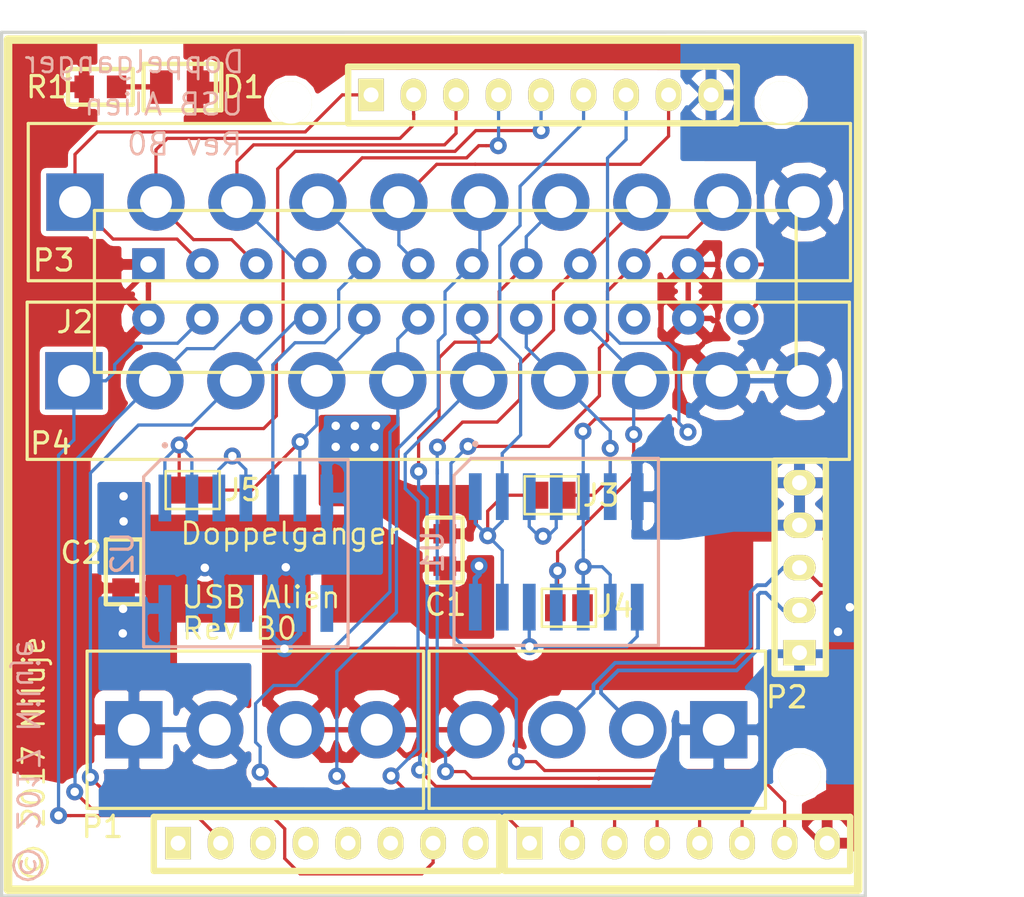
<source format=kicad_pcb>
(kicad_pcb (version 20170922) (host pcbnew no-vcs-found-835c19f~60~ubuntu16.04.1)

(general
  (thickness 1.6)
  (drawings 12)
  (tracks 494)
  (zones 0)
  (modules 15)
  (nets 34)
)

(page A4)
(layers
  (0 F.Cu signal)
  (31 B.Cu signal)
  (32 B.Adhes user)
  (33 F.Adhes user)
  (34 B.Paste user)
  (35 F.Paste user)
  (36 B.SilkS user)
  (37 F.SilkS user)
  (38 B.Mask user)
  (39 F.Mask user)
  (40 Dwgs.User user)
  (41 Cmts.User user)
  (42 Eco1.User user)
  (43 Eco2.User user)
  (44 Edge.Cuts user)
  (45 Margin user)
  (46 B.CrtYd user)
  (47 F.CrtYd user)
  (48 B.Fab user)
  (49 F.Fab user)
)


(general
  (thickness 1.6)
  (drawings 12)
  (tracks 494)
  (zones 0)
  (modules 15)
  (nets 34)
)

(page A4)
(layers
  (0 F.Cu signal)
  (31 B.Cu signal)
  (32 B.Adhes user)
  (33 F.Adhes user)
  (34 B.Paste user)
  (35 F.Paste user)
  (36 B.SilkS user)
  (37 F.SilkS user)
  (38 B.Mask user)
  (39 F.Mask user)
  (40 Dwgs.User user)
  (41 Cmts.User user)
  (42 Eco1.User user)
  (43 Eco2.User user)
  (44 Edge.Cuts user)
  (45 Margin user)
  (46 B.CrtYd user)
  (47 F.CrtYd user)
  (48 B.Fab user)
  (49 F.Fab user)
)

(setup
  (last_trace_width 0.1524)
  (trace_clearance 0.1524)
  (zone_clearance 0.1524)
  (zone_45_only no)
  (trace_min 0.1524)
  (segment_width 0.2)
  (edge_width 0.15)
  (via_size 0.8)
  (via_drill 0.4)
  (via_min_size 0.4)
  (via_min_drill 0.3)
  (uvia_size 0.3)
  (uvia_drill 0.1)
  (uvias_allowed no)
  (uvia_min_size 0.2)
  (uvia_min_drill 0.1)
  (pcb_text_width 0.3)
  (pcb_text_size 1.5 1.5)
  (mod_edge_width 0.15)
  (mod_text_size 1 1)
  (mod_text_width 0.15)
  (pad_size 1.524 1.524)
  (pad_drill 0.762)
  (pad_to_mask_clearance 0.2)
  (aux_axis_origin 0 0)
  (visible_elements FFFDFF7F)
  (pcbplotparams
    (layerselection 0x00030_ffffffff)
    (usegerberextensions false)
    (usegerberattributes true)
    (usegerberadvancedattributes true)
    (creategerberjobfile true)
    (excludeedgelayer true)
    (linewidth 0.100000)
    (plotframeref false)
    (viasonmask false)
    (mode 1)
    (useauxorigin false)
    (hpglpennumber 1)
    (hpglpenspeed 20)
    (hpglpendiameter 15)
    (psnegative false)
    (psa4output false)
    (plotreference true)
    (plotvalue true)
    (plotinvisibletext false)
    (padsonsilk false)
    (subtractmaskfromsilk false)
    (outputformat 1)
    (mirror false)
    (drillshape 1)
    (scaleselection 1)
    (outputdirectory ""))
)

(net 0 "")
(net 1 "Net-(D1-PadA)")
(net 2 GND)
(net 3 /R1)
(net 4 /R3)
(net 5 /Triangle)
(net 6 /Square)
(net 7 /Circle)
(net 8 /Cross)
(net 9 /Select)
(net 10 /R2)
(net 11 "Net-(J1-PadJ5_6)")
(net 12 /L2)
(net 13 "Net-(J1-PadJ5_1)")
(net 14 /Start)
(net 15 /Right)
(net 16 /Left)
(net 17 /L3)
(net 18 /Down)
(net 19 /Up)
(net 20 /L1)
(net 21 /HOME)
(net 22 /USB+)
(net 23 VDD)
(net 24 /USB-)
(net 25 "Net-(U1-Pad12)")
(net 26 "Net-(U1-Pad3)")
(net 27 "Net-(U2-Pad8)")
(net 28 "Net-(U2-Pad3)")
(net 29 "Net-(U2-Pad11)")
(net 30 "Net-(J2-Pad20)")
(net 31 /C_Right)
(net 32 /C_Left)
(net 33 /C_Down)

(net_class Default "This is the default net class."
  (clearance 0.1524)
  (trace_width 0.1524)
  (via_dia 0.8)
  (via_drill 0.4)
  (uvia_dia 0.3)
  (uvia_drill 0.1)
  (add_net /C_Down)
  (add_net /C_Left)
  (add_net /C_Right)
  (add_net /Circle)
  (add_net /Cross)
  (add_net /Down)
  (add_net /HOME)
  (add_net /L1)
  (add_net /L2)
  (add_net /L3)
  (add_net /Left)
  (add_net /R1)
  (add_net /R2)
  (add_net /R3)
  (add_net /Right)
  (add_net /Select)
  (add_net /Square)
  (add_net /Start)
  (add_net /Triangle)
  (add_net /USB+)
  (add_net /USB-)
  (add_net /Up)
  (add_net "Net-(J1-PadJ5_1)")
  (add_net "Net-(J1-PadJ5_6)")
  (add_net "Net-(J2-Pad20)")
  (add_net "Net-(U1-Pad12)")
  (add_net "Net-(U1-Pad3)")
  (add_net "Net-(U2-Pad11)")
  (add_net "Net-(U2-Pad3)")
  (add_net "Net-(U2-Pad8)")
)

(net_class Power ""
  (clearance 0.254)
  (trace_width 0.254)
  (via_dia 0.8)
  (via_drill 0.4)
  (uvia_dia 0.3)
  (uvia_drill 0.1)
  (add_net GND)
  (add_net "Net-(D1-PadA)")
  (add_net VDD)
)

  (module Doppelganger:Bornier4_3.81mm locked (layer F.Cu) (tedit 59A1DA83) (tstamp 59A1F0E6)
    (at 156.9974 102.8319 180)
    (path /58E558A1)
    (fp_text reference P2 (at -3.2026 1.5319 180) (layer F.SilkS)
      (effects (font (size 1 1) (thickness 0.15)))
    )
    (fp_text value BORNIER_4 (at -10.16 -6.35 180) (layer F.Fab)
      (effects (font (size 1 1) (thickness 0.15)))
    )
    (fp_line (start -2.2 3.7) (end -2.2 -3.7) (layer F.SilkS) (width 0.15))
    (fp_line (start 13.63 3.7) (end -2.2 3.7) (layer F.SilkS) (width 0.15))
    (fp_line (start 13.63 -3.7) (end 13.63 3.7) (layer F.SilkS) (width 0.15))
    (fp_line (start -2.2 -3.7) (end 13.63 -3.7) (layer F.SilkS) (width 0.15))
    (pad 4 thru_hole circle (at 11.43 0 180) (size 2.7 2.7) (drill 1.5) (layers *.Cu *.Mask)
      (net 2 GND))
    (pad 3 thru_hole circle (at 7.62 0 180) (size 2.7 2.7) (drill 1.5) (layers *.Cu *.Mask)
      (net 22 /USB+))
    (pad 2 thru_hole circle (at 3.81 0 180) (size 2.7 2.7) (drill 1.5) (layers *.Cu *.Mask)
      (net 24 /USB-))
    (pad 1 thru_hole rect (at 0 0 180) (size 2.7 2.7) (drill 1.5) (layers *.Cu *.Mask)
      (net 23 VDD))
  )

  (module Connectors:GS2 (layer F.Cu) (tedit 586134A1) (tstamp 59A28A64)
    (at 132.2451 91.5543 270)
    (descr "2-pin solder bridge")
    (tags "solder bridge")
    (path /59A27F4E)
    (attr smd)
    (fp_text reference J5 (at -0.0043 -2.3549) (layer F.SilkS)
      (effects (font (size 1 1) (thickness 0.15)))
    )
    (fp_text value GS2 (at -1.8 0) (layer F.Fab)
      (effects (font (size 1 1) (thickness 0.15)))
    )
    (fp_line (start -0.89 -1.27) (end 0.89 -1.27) (layer F.SilkS) (width 0.12))
    (fp_line (start 0.89 1.27) (end -0.89 1.27) (layer F.SilkS) (width 0.12))
    (fp_line (start 0.89 1.27) (end 0.89 -1.27) (layer F.SilkS) (width 0.12))
    (fp_line (start -0.89 -1.27) (end -0.89 1.27) (layer F.SilkS) (width 0.12))
    (fp_line (start -1.1 -1.45) (end 1.1 -1.45) (layer F.CrtYd) (width 0.05))
    (fp_line (start -1.1 1.5) (end -1.1 -1.45) (layer F.CrtYd) (width 0.05))
    (fp_line (start 1.1 1.5) (end -1.1 1.5) (layer F.CrtYd) (width 0.05))
    (fp_line (start 1.1 -1.45) (end 1.1 1.5) (layer F.CrtYd) (width 0.05))
    (pad 2 smd rect (at 0 0.64 270) (size 1.27 0.97) (layers F.Cu F.Paste F.Mask)
      (net 18 /Down))
    (pad 1 smd rect (at 0 -0.64 270) (size 1.27 0.97) (layers F.Cu F.Paste F.Mask)
      (net 33 /C_Down))
  )

  (module Connectors:GS2 (layer F.Cu) (tedit 586134A1) (tstamp 59A28A56)
    (at 149.9489 97.0915 90)
    (descr "2-pin solder bridge")
    (tags "solder bridge")
    (path /59A27EF8)
    (attr smd)
    (fp_text reference J4 (at 0.0635 2.1717 180) (layer F.SilkS)
      (effects (font (size 1 1) (thickness 0.15)))
    )
    (fp_text value GS2 (at -1.8 0 180) (layer F.Fab)
      (effects (font (size 1 1) (thickness 0.15)))
    )
    (fp_line (start 1.1 -1.45) (end 1.1 1.5) (layer F.CrtYd) (width 0.05))
    (fp_line (start 1.1 1.5) (end -1.1 1.5) (layer F.CrtYd) (width 0.05))
    (fp_line (start -1.1 1.5) (end -1.1 -1.45) (layer F.CrtYd) (width 0.05))
    (fp_line (start -1.1 -1.45) (end 1.1 -1.45) (layer F.CrtYd) (width 0.05))
    (fp_line (start -0.89 -1.27) (end -0.89 1.27) (layer F.SilkS) (width 0.12))
    (fp_line (start 0.89 1.27) (end 0.89 -1.27) (layer F.SilkS) (width 0.12))
    (fp_line (start 0.89 1.27) (end -0.89 1.27) (layer F.SilkS) (width 0.12))
    (fp_line (start -0.89 -1.27) (end 0.89 -1.27) (layer F.SilkS) (width 0.12))
    (pad 1 smd rect (at 0 -0.64 90) (size 1.27 0.97) (layers F.Cu F.Paste F.Mask)
      (net 31 /C_Right))
    (pad 2 smd rect (at 0 0.64 90) (size 1.27 0.97) (layers F.Cu F.Paste F.Mask)
      (net 15 /Right))
  )

  (module Connectors:GS2 (layer F.Cu) (tedit 586134A1) (tstamp 59A28A48)
    (at 149.1361 91.7956 270)
    (descr "2-pin solder bridge")
    (tags "solder bridge")
    (path /59A27EAE)
    (attr smd)
    (fp_text reference J3 (at 0.0127 -2.3241) (layer F.SilkS)
      (effects (font (size 1 1) (thickness 0.15)))
    )
    (fp_text value GS2 (at -1.8 0) (layer F.Fab)
      (effects (font (size 1 1) (thickness 0.15)))
    )
    (fp_line (start -0.89 -1.27) (end 0.89 -1.27) (layer F.SilkS) (width 0.12))
    (fp_line (start 0.89 1.27) (end -0.89 1.27) (layer F.SilkS) (width 0.12))
    (fp_line (start 0.89 1.27) (end 0.89 -1.27) (layer F.SilkS) (width 0.12))
    (fp_line (start -0.89 -1.27) (end -0.89 1.27) (layer F.SilkS) (width 0.12))
    (fp_line (start -1.1 -1.45) (end 1.1 -1.45) (layer F.CrtYd) (width 0.05))
    (fp_line (start -1.1 1.5) (end -1.1 -1.45) (layer F.CrtYd) (width 0.05))
    (fp_line (start 1.1 1.5) (end -1.1 1.5) (layer F.CrtYd) (width 0.05))
    (fp_line (start 1.1 -1.45) (end 1.1 1.5) (layer F.CrtYd) (width 0.05))
    (pad 2 smd rect (at 0 0.64 270) (size 1.27 0.97) (layers F.Cu F.Paste F.Mask)
      (net 16 /Left))
    (pad 1 smd rect (at 0 -0.64 270) (size 1.27 0.97) (layers F.Cu F.Paste F.Mask)
      (net 32 /C_Left))
  )

  (module Doppelganger:0603C (layer F.Cu) (tedit 58C07685) (tstamp 59A26929)
    (at 128.9939 95.4024 90)
    (descr "Capacitor SMD 0603")
    (tags "capacitor 0603")
    (path /59A21830)
    (attr smd)
    (fp_text reference C2 (at 0.9017 -1.9939 180) (layer F.SilkS)
      (effects (font (size 1 1) (thickness 0.15)))
    )
    (fp_text value 100nF (at 0.635 1.905 90) (layer F.Fab)
      (effects (font (size 1 1) (thickness 0.15)))
    )
    (fp_line (start 1.524 -0.8382) (end 1.524 0.8382) (layer F.SilkS) (width 0.2032))
    (fp_line (start -1.524 -0.8382) (end -1.524 0.8382) (layer F.SilkS) (width 0.2032))
    (fp_line (start -1.524 -0.8382) (end 1.524 -0.8382) (layer F.SilkS) (width 0.2032))
    (fp_line (start -1.524 0.8382) (end 1.524 0.8382) (layer F.SilkS) (width 0.2032))
    (fp_text user %R (at 0.635 -1.905 90) (layer F.Fab)
      (effects (font (size 1 1) (thickness 0.15)))
    )
    (pad 2 smd rect (at 0.762 0 90) (size 0.9144 1.0668) (layers F.Cu F.Paste F.Mask)
      (net 2 GND))
    (pad 1 smd rect (at -0.762 0 90) (size 0.9144 1.0668) (layers F.Cu F.Paste F.Mask)
      (net 23 VDD))
    (model ${KIPRJMOD}/3DShapes/C_0603.wrl
      (at (xyz 0 0 0))
      (scale (xyz 1 1 1))
      (rotate (xyz 0 0 0))
    )
  )

  (module Doppelganger:0603C (layer F.Cu) (tedit 58C07685) (tstamp 59A2691E)
    (at 144.1069 94.3737 90)
    (descr "Capacitor SMD 0603")
    (tags "capacitor 0603")
    (path /59A228D5)
    (attr smd)
    (fp_text reference C1 (at -2.5763 0.0431 180) (layer F.SilkS)
      (effects (font (size 1 1) (thickness 0.15)))
    )
    (fp_text value C (at 0.635 1.905 90) (layer F.Fab)
      (effects (font (size 1 1) (thickness 0.15)))
    )
    (fp_text user %R (at 0.635 -1.905 90) (layer F.Fab)
      (effects (font (size 1 1) (thickness 0.15)))
    )
    (fp_line (start -1.524 0.8382) (end 1.524 0.8382) (layer F.SilkS) (width 0.2032))
    (fp_line (start -1.524 -0.8382) (end 1.524 -0.8382) (layer F.SilkS) (width 0.2032))
    (fp_line (start -1.524 -0.8382) (end -1.524 0.8382) (layer F.SilkS) (width 0.2032))
    (fp_line (start 1.524 -0.8382) (end 1.524 0.8382) (layer F.SilkS) (width 0.2032))
    (pad 1 smd rect (at -0.762 0 90) (size 0.9144 1.0668) (layers F.Cu F.Paste F.Mask)
      (net 23 VDD))
    (pad 2 smd rect (at 0.762 0 90) (size 0.9144 1.0668) (layers F.Cu F.Paste F.Mask)
      (net 2 GND))
    (model ${KIPRJMOD}/3DShapes/C_0603.wrl
      (at (xyz 0 0 0))
      (scale (xyz 1 1 1))
      (rotate (xyz 0 0 0))
    )
  )

  (module Doppelganger:Bornier4_3.81mm locked (layer F.Cu) (tedit 59A1DBE5) (tstamp 59A26819)
    (at 129.4765 102.8319)
    (path /58E555D8)
    (fp_text reference P1 (at -1.4765 4.5681) (layer F.SilkS)
      (effects (font (size 1 1) (thickness 0.15)))
    )
    (fp_text value BORNIER_4 (at 7.62 5.08) (layer F.Fab)
      (effects (font (size 1 1) (thickness 0.15)))
    )
    (fp_line (start -2.2 -3.7) (end 13.63 -3.7) (layer F.SilkS) (width 0.15))
    (fp_line (start 13.63 -3.7) (end 13.63 3.7) (layer F.SilkS) (width 0.15))
    (fp_line (start 13.63 3.7) (end -2.2 3.7) (layer F.SilkS) (width 0.15))
    (fp_line (start -2.2 3.7) (end -2.2 -3.7) (layer F.SilkS) (width 0.15))
    (pad 1 thru_hole rect (at 0 0) (size 2.7 2.7) (drill 1.5) (layers *.Cu *.Mask)
      (net 23 VDD))
    (pad 2 thru_hole circle (at 3.81 0) (size 2.7 2.7) (drill 1.5) (layers *.Cu *.Mask)
      (net 23 VDD))
    (pad 3 thru_hole circle (at 7.62 0) (size 2.7 2.7) (drill 1.5) (layers *.Cu *.Mask)
      (net 2 GND))
    (pad 4 thru_hole circle (at 11.43 0) (size 2.7 2.7) (drill 1.5) (layers *.Cu *.Mask)
      (net 2 GND))
  )

  (module Doppelganger:SOIC-14 locked (layer B.Cu) (tedit 58BB0A53) (tstamp 59A267CF)
    (at 134.747 94.5261)
    (path /59A21F47)
    (attr smd)
    (fp_text reference U2 (at -5.81 0 -90) (layer B.SilkS)
      (effects (font (size 1 1) (thickness 0.15)) (justify mirror))
    )
    (fp_text value 74HC00 (at 0 0) (layer B.Fab)
      (effects (font (size 1 1) (thickness 0.15)) (justify mirror))
    )
    (fp_line (start -3.81 -5.08) (end -3.81 -5.08) (layer B.SilkS) (width 0.3))
    (fp_line (start -4.95 -4.55) (end -4.95 4.55) (layer B.CrtYd) (width 0.05))
    (fp_line (start 4.95 -4.55) (end -4.95 -4.55) (layer B.CrtYd) (width 0.05))
    (fp_line (start 4.95 4.55) (end 4.95 -4.55) (layer B.CrtYd) (width 0.05))
    (fp_line (start -4.95 4.55) (end 4.95 4.55) (layer B.CrtYd) (width 0.05))
    (fp_line (start 4.81 -4.4) (end -4.01 -4.4) (layer B.SilkS) (width 0.15))
    (fp_line (start 4.81 4.4) (end 4.81 -4.4) (layer B.SilkS) (width 0.15))
    (fp_line (start -4.81 4.4) (end 4.81 4.4) (layer B.SilkS) (width 0.15))
    (fp_line (start -4.81 -3.6) (end -4.81 4.4) (layer B.SilkS) (width 0.15))
    (fp_line (start -4.01 -4.4) (end -4.81 -3.6) (layer B.SilkS) (width 0.15))
    (pad 7 smd rect (at 3.81 -2.6) (size 0.6 2.2) (layers B.Cu B.Paste B.Mask)
      (net 2 GND))
    (pad 8 smd rect (at 3.81 2.6) (size 0.6 2.2) (layers B.Cu B.Paste B.Mask)
      (net 27 "Net-(U2-Pad8)"))
    (pad 6 smd rect (at 2.54 -2.6) (size 0.6 2.2) (layers B.Cu B.Paste B.Mask)
      (net 33 /C_Down))
    (pad 9 smd rect (at 2.54 2.6) (size 0.6 2.2) (layers B.Cu B.Paste B.Mask)
      (net 2 GND))
    (pad 5 smd rect (at 1.27 -2.6) (size 0.6 2.2) (layers B.Cu B.Paste B.Mask)
      (net 19 /Up))
    (pad 10 smd rect (at 1.27 2.6) (size 0.6 2.2) (layers B.Cu B.Paste B.Mask)
      (net 2 GND))
    (pad 4 smd rect (at 0 -2.6) (size 0.6 2.2) (layers B.Cu B.Paste B.Mask)
      (net 28 "Net-(U2-Pad3)"))
    (pad 11 smd rect (at 0 2.6) (size 0.6 2.2) (layers B.Cu B.Paste B.Mask)
      (net 29 "Net-(U2-Pad11)"))
    (pad 3 smd rect (at -1.27 -2.6) (size 0.6 2.2) (layers B.Cu B.Paste B.Mask)
      (net 28 "Net-(U2-Pad3)"))
    (pad 12 smd rect (at -1.27 2.6) (size 0.6 2.2) (layers B.Cu B.Paste B.Mask)
      (net 2 GND))
    (pad 2 smd rect (at -2.54 -2.6) (size 0.6 2.2) (layers B.Cu B.Paste B.Mask)
      (net 18 /Down))
    (pad 13 smd rect (at -2.54 2.6) (size 0.6 2.2) (layers B.Cu B.Paste B.Mask)
      (net 2 GND))
    (pad 1 smd rect (at -3.81 -2.6) (size 0.6 2.2) (layers B.Cu B.Paste B.Mask)
      (net 18 /Down))
    (pad 14 smd rect (at -3.81 2.6) (size 0.6 2.2) (layers B.Cu B.Paste B.Mask)
      (net 23 VDD))
  )

  (module Doppelganger:SOIC-14 locked (layer B.Cu) (tedit 58BB0A53) (tstamp 59A267B3)
    (at 149.352 94.4626)
    (path /59A1FC1D)
    (attr smd)
    (fp_text reference U1 (at -5.81 0 -90) (layer B.SilkS)
      (effects (font (size 1 1) (thickness 0.15)) (justify mirror))
    )
    (fp_text value 74HC00 (at 0 0) (layer B.Fab)
      (effects (font (size 1 1) (thickness 0.15)) (justify mirror))
    )
    (fp_line (start -4.01 -4.4) (end -4.81 -3.6) (layer B.SilkS) (width 0.15))
    (fp_line (start -4.81 -3.6) (end -4.81 4.4) (layer B.SilkS) (width 0.15))
    (fp_line (start -4.81 4.4) (end 4.81 4.4) (layer B.SilkS) (width 0.15))
    (fp_line (start 4.81 4.4) (end 4.81 -4.4) (layer B.SilkS) (width 0.15))
    (fp_line (start 4.81 -4.4) (end -4.01 -4.4) (layer B.SilkS) (width 0.15))
    (fp_line (start -4.95 4.55) (end 4.95 4.55) (layer B.CrtYd) (width 0.05))
    (fp_line (start 4.95 4.55) (end 4.95 -4.55) (layer B.CrtYd) (width 0.05))
    (fp_line (start 4.95 -4.55) (end -4.95 -4.55) (layer B.CrtYd) (width 0.05))
    (fp_line (start -4.95 -4.55) (end -4.95 4.55) (layer B.CrtYd) (width 0.05))
    (fp_line (start -3.81 -5.08) (end -3.81 -5.08) (layer B.SilkS) (width 0.3))
    (pad 14 smd rect (at -3.81 2.6) (size 0.6 2.2) (layers B.Cu B.Paste B.Mask)
      (net 23 VDD))
    (pad 1 smd rect (at -3.81 -2.6) (size 0.6 2.2) (layers B.Cu B.Paste B.Mask)
      (net 16 /Left))
    (pad 13 smd rect (at -2.54 2.6) (size 0.6 2.2) (layers B.Cu B.Paste B.Mask)
      (net 16 /Left))
    (pad 2 smd rect (at -2.54 -2.6) (size 0.6 2.2) (layers B.Cu B.Paste B.Mask)
      (net 16 /Left))
    (pad 12 smd rect (at -1.27 2.6) (size 0.6 2.2) (layers B.Cu B.Paste B.Mask)
      (net 25 "Net-(U1-Pad12)"))
    (pad 3 smd rect (at -1.27 -2.6) (size 0.6 2.2) (layers B.Cu B.Paste B.Mask)
      (net 26 "Net-(U1-Pad3)"))
    (pad 11 smd rect (at 0 2.6) (size 0.6 2.2) (layers B.Cu B.Paste B.Mask)
      (net 31 /C_Right))
    (pad 4 smd rect (at 0 -2.6) (size 0.6 2.2) (layers B.Cu B.Paste B.Mask)
      (net 26 "Net-(U1-Pad3)"))
    (pad 10 smd rect (at 1.27 2.6) (size 0.6 2.2) (layers B.Cu B.Paste B.Mask)
      (net 15 /Right))
    (pad 5 smd rect (at 1.27 -2.6) (size 0.6 2.2) (layers B.Cu B.Paste B.Mask)
      (net 15 /Right))
    (pad 9 smd rect (at 2.54 2.6) (size 0.6 2.2) (layers B.Cu B.Paste B.Mask)
      (net 15 /Right))
    (pad 6 smd rect (at 2.54 -2.6) (size 0.6 2.2) (layers B.Cu B.Paste B.Mask)
      (net 32 /C_Left))
    (pad 8 smd rect (at 3.81 2.6) (size 0.6 2.2) (layers B.Cu B.Paste B.Mask)
      (net 25 "Net-(U1-Pad12)"))
    (pad 7 smd rect (at 3.81 -2.6) (size 0.6 2.2) (layers B.Cu B.Paste B.Mask)
      (net 2 GND))
  )

  (module Doppelganger:HE-10_2x12_2.54 (layer F.Cu) (tedit 59A1DCA7) (tstamp 59A1FFBB)
    (at 130.1623 80.9371)
    (path /58E5734A)
    (fp_text reference J2 (at -3.4623 2.7129) (layer F.SilkS)
      (effects (font (size 1 1) (thickness 0.15)))
    )
    (fp_text value HE10-12X2 (at 24.13 6.35) (layer F.Fab)
      (effects (font (size 1 1) (thickness 0.15)))
    )
    (fp_line (start -2.54 -2.54) (end 30.48 -2.54) (layer F.SilkS) (width 0.15))
    (fp_line (start 30.48 -2.54) (end 30.48 5.08) (layer F.SilkS) (width 0.15))
    (fp_line (start 30.48 5.08) (end -2.54 5.08) (layer F.SilkS) (width 0.15))
    (fp_line (start -2.54 5.08) (end -2.54 -2.54) (layer F.SilkS) (width 0.15))
    (pad 1 thru_hole rect (at 0 0) (size 1.524 1.524) (drill 0.762) (layers *.Cu *.Mask)
      (net 23 VDD))
    (pad 2 thru_hole circle (at 0 2.54) (size 1.524 1.524) (drill 0.762) (layers *.Cu *.Mask)
      (net 23 VDD))
    (pad 3 thru_hole circle (at 2.54 0) (size 1.524 1.524) (drill 0.762) (layers *.Cu *.Mask)
      (net 21 /HOME))
    (pad 4 thru_hole circle (at 2.54 2.54) (size 1.524 1.524) (drill 0.762) (layers *.Cu *.Mask)
      (net 12 /L2))
    (pad 5 thru_hole circle (at 5.08 0) (size 1.524 1.524) (drill 0.762) (layers *.Cu *.Mask)
      (net 20 /L1))
    (pad 6 thru_hole circle (at 5.08 2.54) (size 1.524 1.524) (drill 0.762) (layers *.Cu *.Mask)
      (net 10 /R2))
    (pad 7 thru_hole circle (at 7.62 0) (size 1.524 1.524) (drill 0.762) (layers *.Cu *.Mask)
      (net 17 /L3))
    (pad 8 thru_hole circle (at 7.62 2.54) (size 1.524 1.524) (drill 0.762) (layers *.Cu *.Mask)
      (net 9 /Select))
    (pad 9 thru_hole circle (at 10.16 0) (size 1.524 1.524) (drill 0.762) (layers *.Cu *.Mask)
      (net 19 /Up))
    (pad 10 thru_hole circle (at 10.16 2.54) (size 1.524 1.524) (drill 0.762) (layers *.Cu *.Mask)
      (net 33 /C_Down))
    (pad 11 thru_hole circle (at 12.7 0) (size 1.524 1.524) (drill 0.762) (layers *.Cu *.Mask)
      (net 14 /Start))
    (pad 12 thru_hole circle (at 12.7 2.54) (size 1.524 1.524) (drill 0.762) (layers *.Cu *.Mask)
      (net 8 /Cross))
    (pad 13 thru_hole circle (at 15.24 0) (size 1.524 1.524) (drill 0.762) (layers *.Cu *.Mask)
      (net 7 /Circle))
    (pad 14 thru_hole circle (at 15.24 2.54) (size 1.524 1.524) (drill 0.762) (layers *.Cu *.Mask)
      (net 6 /Square))
    (pad 15 thru_hole circle (at 17.78 0) (size 1.524 1.524) (drill 0.762) (layers *.Cu *.Mask)
      (net 5 /Triangle))
    (pad 16 thru_hole circle (at 17.78 2.54) (size 1.524 1.524) (drill 0.762) (layers *.Cu *.Mask)
      (net 32 /C_Left))
    (pad 17 thru_hole circle (at 20.32 0) (size 1.524 1.524) (drill 0.762) (layers *.Cu *.Mask)
      (net 4 /R3))
    (pad 18 thru_hole circle (at 20.32 2.54) (size 1.524 1.524) (drill 0.762) (layers *.Cu *.Mask)
      (net 31 /C_Right))
    (pad 19 thru_hole circle (at 22.86 0) (size 1.524 1.524) (drill 0.762) (layers *.Cu *.Mask)
      (net 3 /R1))
    (pad 20 thru_hole circle (at 22.86 2.54) (size 1.524 1.524) (drill 0.762) (layers *.Cu *.Mask)
      (net 30 "Net-(J2-Pad20)"))
    (pad 21 thru_hole circle (at 25.4 0) (size 1.524 1.524) (drill 0.762) (layers *.Cu *.Mask)
      (net 2 GND))
    (pad 22 thru_hole circle (at 25.4 2.54) (size 1.524 1.524) (drill 0.762) (layers *.Cu *.Mask)
      (net 2 GND))
    (pad 23 thru_hole circle (at 27.94 0) (size 1.524 1.524) (drill 0.762) (layers *.Cu *.Mask)
      (net 24 /USB-))
    (pad 24 thru_hole circle (at 27.94 2.54) (size 1.524 1.524) (drill 0.762) (layers *.Cu *.Mask)
      (net 22 /USB+))
  )

  (module Doppelganger:Bornier10_3.81 locked (layer F.Cu) (tedit 59A1D7B7) (tstamp 59A1E395)
    (at 126.6571 86.4108)
    (path /58E55C9D)
    (fp_text reference P4 (at -1.0795 2.9464) (layer F.SilkS)
      (effects (font (size 1 1) (thickness 0.15)))
    )
    (fp_text value BORNIER_10 (at 30.48 5.08) (layer F.Fab)
      (effects (font (size 1 1) (thickness 0.15)))
    )
    (fp_line (start -2.2 3.7) (end -2.2 -3.7) (layer F.SilkS) (width 0.15))
    (fp_line (start 36.49 3.7) (end -2.2 3.7) (layer F.SilkS) (width 0.15))
    (fp_line (start 36.49 -3.7) (end 36.49 3.7) (layer F.SilkS) (width 0.15))
    (fp_line (start -2.2 -3.7) (end 36.49 -3.7) (layer F.SilkS) (width 0.15))
    (pad 10 thru_hole circle (at 34.29 0) (size 2.7 2.7) (drill 1.5) (layers *.Cu *.Mask)
      (net 2 GND))
    (pad 9 thru_hole circle (at 30.48 0) (size 2.7 2.7) (drill 1.5) (layers *.Cu *.Mask)
      (net 2 GND))
    (pad 8 thru_hole circle (at 26.67 0) (size 2.7 2.7) (drill 1.5) (layers *.Cu *.Mask)
      (net 31 /C_Right))
    (pad 7 thru_hole circle (at 22.86 0) (size 2.7 2.7) (drill 1.5) (layers *.Cu *.Mask)
      (net 32 /C_Left))
    (pad 6 thru_hole circle (at 19.05 0) (size 2.7 2.7) (drill 1.5) (layers *.Cu *.Mask)
      (net 6 /Square))
    (pad 5 thru_hole circle (at 15.24 0) (size 2.7 2.7) (drill 1.5) (layers *.Cu *.Mask)
      (net 8 /Cross))
    (pad 4 thru_hole circle (at 11.43 0) (size 2.7 2.7) (drill 1.5) (layers *.Cu *.Mask)
      (net 33 /C_Down))
    (pad 3 thru_hole circle (at 7.62 0) (size 2.7 2.7) (drill 1.5) (layers *.Cu *.Mask)
      (net 9 /Select))
    (pad 2 thru_hole circle (at 3.81 0) (size 2.7 2.7) (drill 1.5) (layers *.Cu *.Mask)
      (net 10 /R2))
    (pad 1 thru_hole rect (at 0 0) (size 2.7 2.7) (drill 1.5) (layers *.Cu *.Mask)
      (net 12 /L2))
  )

  (module Doppelganger:Bornier10_3.81 locked (layer F.Cu) (tedit 59A1D7B7) (tstamp 59A1E384)
    (at 126.7079 78.0034)
    (path /58E55C3D)
    (fp_text reference P3 (at -1.0033 2.7432) (layer F.SilkS)
      (effects (font (size 1 1) (thickness 0.15)))
    )
    (fp_text value BORNIER_10 (at 30.48 5.08) (layer F.Fab)
      (effects (font (size 1 1) (thickness 0.15)))
    )
    (fp_line (start -2.2 -3.7) (end 36.49 -3.7) (layer F.SilkS) (width 0.15))
    (fp_line (start 36.49 -3.7) (end 36.49 3.7) (layer F.SilkS) (width 0.15))
    (fp_line (start 36.49 3.7) (end -2.2 3.7) (layer F.SilkS) (width 0.15))
    (fp_line (start -2.2 3.7) (end -2.2 -3.7) (layer F.SilkS) (width 0.15))
    (pad 1 thru_hole rect (at 0 0) (size 2.7 2.7) (drill 1.5) (layers *.Cu *.Mask)
      (net 21 /HOME))
    (pad 2 thru_hole circle (at 3.81 0) (size 2.7 2.7) (drill 1.5) (layers *.Cu *.Mask)
      (net 20 /L1))
    (pad 3 thru_hole circle (at 7.62 0) (size 2.7 2.7) (drill 1.5) (layers *.Cu *.Mask)
      (net 17 /L3))
    (pad 4 thru_hole circle (at 11.43 0) (size 2.7 2.7) (drill 1.5) (layers *.Cu *.Mask)
      (net 19 /Up))
    (pad 5 thru_hole circle (at 15.24 0) (size 2.7 2.7) (drill 1.5) (layers *.Cu *.Mask)
      (net 14 /Start))
    (pad 6 thru_hole circle (at 19.05 0) (size 2.7 2.7) (drill 1.5) (layers *.Cu *.Mask)
      (net 7 /Circle))
    (pad 7 thru_hole circle (at 22.86 0) (size 2.7 2.7) (drill 1.5) (layers *.Cu *.Mask)
      (net 5 /Triangle))
    (pad 8 thru_hole circle (at 26.67 0) (size 2.7 2.7) (drill 1.5) (layers *.Cu *.Mask)
      (net 4 /R3))
    (pad 9 thru_hole circle (at 30.48 0) (size 2.7 2.7) (drill 1.5) (layers *.Cu *.Mask)
      (net 3 /R1))
    (pad 10 thru_hole circle (at 34.29 0) (size 2.7 2.7) (drill 1.5) (layers *.Cu *.Mask)
      (net 2 GND))
  )

  (module Doppelganger:0805LED (layer F.Cu) (tedit 57434591) (tstamp 599FBF7C)
    (at 131.6355 72.5932)
    (path /58E56B49)
    (fp_text reference D1 (at 2.9845 0 -180) (layer F.SilkS)
      (effects (font (size 1 1) (thickness 0.15)))
    )
    (fp_text value LED (at 0 -2.032) (layer F.Fab)
      (effects (font (size 1 1) (thickness 0.15)))
    )
    (fp_line (start -1.7018 -1.0922) (end -1.7018 1.0922) (layer F.SilkS) (width 0.2032))
    (fp_line (start -1.7018 -1.0922) (end 1.955 -1.0922) (layer F.SilkS) (width 0.2032))
    (fp_line (start 1.7018 -1.0922) (end 1.7018 1.0922) (layer F.SilkS) (width 0.2032))
    (fp_line (start -1.7018 1.0922) (end 1.955 1.0922) (layer F.SilkS) (width 0.2032))
    (fp_line (start 1.955 -1.0922) (end 1.955 1.0922) (layer F.SilkS) (width 0.2032))
    (pad A smd rect (at -0.8636 0) (size 1.0668 1.5748) (layers F.Cu F.Paste F.Mask)
      (net 1 "Net-(D1-PadA)"))
    (pad K smd rect (at 0.8636 0) (size 1.0668 1.5748) (layers F.Cu F.Paste F.Mask)
      (net 2 GND))
    (model 3DShapes/LED_0805.wrl
      (at (xyz 0 0 0))
      (scale (xyz 1 1 1))
      (rotate (xyz 0 0 180))
    )
  )

  (module Doppelganger:BROOK_FB locked (layer F.Cu) (tedit 59A1E469) (tstamp 599FBFB9)
    (at 123.5583 70.358)
    (path /58E5516A)
    (fp_text reference J1 (at 37.973 41.148) (layer F.SilkS) hide
      (effects (font (size 1 1) (thickness 0.15)))
    )
    (fp_text value BROOK_FB (at 4.064 -1.016) (layer F.Fab)
      (effects (font (size 1 1) (thickness 0.15)))
    )
    (fp_line (start 16.002 3.937) (end 16.002 1.27) (layer F.SilkS) (width 0.3))
    (fp_line (start 34.29 3.937) (end 16.002 3.937) (layer F.SilkS) (width 0.3))
    (fp_line (start 34.29 1.27) (end 34.29 3.937) (layer F.SilkS) (width 0.3))
    (fp_line (start 16.002 1.27) (end 34.29 1.27) (layer F.SilkS) (width 0.3))
    (fp_text user J4 (at 24.511 35.687) (layer F.SilkS) hide
      (effects (font (size 1 1) (thickness 0.15)))
    )
    (fp_line (start 40 40) (end 0 40) (layer F.SilkS) (width 0.4))
    (fp_line (start 40 0) (end 40 40) (layer F.SilkS) (width 0.4))
    (fp_line (start 0 0) (end 0 40) (layer F.SilkS) (width 0.4))
    (fp_line (start 0 0) (end 40 0) (layer F.SilkS) (width 0.4))
    (fp_line (start 6.858 36.576) (end 6.858 39.116) (layer F.SilkS) (width 0.3))
    (fp_line (start 6.858 36.576) (end 23.114 36.576) (layer F.SilkS) (width 0.3))
    (fp_line (start 23.114 36.576) (end 23.114 39.116) (layer F.SilkS) (width 0.3))
    (fp_text user J5 (at 4.4577 35.306) (layer F.SilkS) hide
      (effects (font (size 1 1) (thickness 0.15)))
    )
    (fp_text user J3 (at 16.891 4.953) (layer F.SilkS) hide
      (effects (font (size 1 1) (thickness 0.15)))
    )
    (fp_line (start 6.858 39.116) (end 23.114 39.116) (layer F.SilkS) (width 0.3))
    (fp_line (start 23.368 36.576) (end 39.624 36.576) (layer F.SilkS) (width 0.3))
    (fp_line (start 23.368 36.576) (end 23.368 39.116) (layer F.SilkS) (width 0.3))
    (fp_line (start 23.368 39.116) (end 39.624 39.116) (layer F.SilkS) (width 0.3))
    (fp_line (start 39.624 36.576) (end 39.624 39.116) (layer F.SilkS) (width 0.3))
    (fp_line (start 36.068 19.812) (end 38.481 19.812) (layer F.SilkS) (width 0.3))
    (fp_line (start 36.068 19.812) (end 36.068 29.845) (layer F.SilkS) (width 0.3))
    (fp_line (start 38.481 29.845) (end 38.481 19.812) (layer F.SilkS) (width 0.3))
    (fp_line (start 36.068 29.845) (end 38.481 29.845) (layer F.SilkS) (width 0.3))
    (fp_text user J1 (at 37.6555 32.893) (layer F.SilkS) hide
      (effects (font (size 1 1) (thickness 0.15)))
    )
    (pad J4_8 thru_hole oval (at 38.54 37.81) (size 1.2 1.524) (drill 0.7) (layers *.Cu *.Mask F.SilkS)
      (net 2 GND))
    (pad J4_7 thru_hole oval (at 36.54 37.81) (size 1.2 1.524) (drill 0.7) (layers *.Cu *.Mask F.SilkS)
      (net 3 /R1))
    (pad J4_6 thru_hole oval (at 34.54 37.81) (size 1.2 1.524) (drill 0.7) (layers *.Cu *.Mask F.SilkS)
      (net 4 /R3))
    (pad J4_5 thru_hole oval (at 32.54 37.81) (size 1.2 1.524) (drill 0.7) (layers *.Cu *.Mask F.SilkS)
      (net 5 /Triangle))
    (pad J4_4 thru_hole oval (at 30.54 37.81) (size 1.2 1.524) (drill 0.7) (layers *.Cu *.Mask F.SilkS)
      (net 6 /Square))
    (pad J4_3 thru_hole oval (at 28.54 37.81) (size 1.2 1.524) (drill 0.7) (layers *.Cu *.Mask F.SilkS)
      (net 7 /Circle))
    (pad J4_2 thru_hole oval (at 26.54 37.81) (size 1.2 1.524) (drill 0.7) (layers *.Cu *.Mask F.SilkS)
      (net 8 /Cross))
    (pad J4_1 thru_hole rect (at 24.54 37.81) (size 1.2 1.524) (drill 0.7) (layers *.Cu *.Mask F.SilkS)
      (net 9 /Select))
    (pad J5_8 thru_hole oval (at 22 37.81 180) (size 1.2 1.524) (drill 0.7) (layers *.Cu *.Mask F.SilkS))
    (pad J5_7 thru_hole oval (at 20 37.81) (size 1.2 1.524) (drill 0.7) (layers *.Cu *.Mask F.SilkS)
      (net 10 /R2))
    (pad J5_6 thru_hole oval (at 18 37.81) (size 1.2 1.524) (drill 0.7) (layers *.Cu *.Mask F.SilkS)
      (net 11 "Net-(J1-PadJ5_6)"))
    (pad J5_5 thru_hole oval (at 16 37.81) (size 1.2 1.524) (drill 0.7) (layers *.Cu *.Mask F.SilkS))
    (pad J5_3 thru_hole oval (at 12 37.81) (size 1.2 1.524) (drill 0.7) (layers *.Cu *.Mask F.SilkS))
    (pad J5_2 thru_hole oval (at 10 37.81) (size 1.2 1.524) (drill 0.7) (layers *.Cu *.Mask F.SilkS)
      (net 12 /L2))
    (pad J5_4 thru_hole oval (at 14 37.81) (size 1.2 1.524) (drill 0.7) (layers *.Cu *.Mask F.SilkS))
    (pad J5_1 thru_hole rect (at 8 37.81 180) (size 1.2 1.524) (drill 0.7) (layers *.Cu *.Mask F.SilkS)
      (net 13 "Net-(J1-PadJ5_1)"))
    (pad J3_9 thru_hole oval (at 33.08 2.6 180) (size 1.2 1.524) (drill 0.7) (layers *.Cu *.Mask F.SilkS)
      (net 2 GND))
    (pad J3_8 thru_hole oval (at 31.08 2.6 180) (size 1.2 1.524) (drill 0.7) (layers *.Cu *.Mask F.SilkS)
      (net 14 /Start))
    (pad J3_7 thru_hole oval (at 29.08 2.6 180) (size 1.2 1.524) (drill 0.7) (layers *.Cu *.Mask F.SilkS)
      (net 15 /Right))
    (pad J3_6 thru_hole oval (at 27.08 2.6 180) (size 1.2 1.524) (drill 0.7) (layers *.Cu *.Mask F.SilkS)
      (net 16 /Left))
    (pad J3_3 thru_hole oval (at 21.08 2.6 180) (size 1.2 1.524) (drill 0.7) (layers *.Cu *.Mask F.SilkS)
      (net 17 /L3))
    (pad J3_5 thru_hole oval (at 25.08 2.6 180) (size 1.2 1.524) (drill 0.7) (layers *.Cu *.Mask F.SilkS)
      (net 18 /Down))
    (pad J3_4 thru_hole oval (at 23.08 2.6 180) (size 1.2 1.524) (drill 0.7) (layers *.Cu *.Mask F.SilkS)
      (net 19 /Up))
    (pad J3_2 thru_hole oval (at 19.08 2.6 180) (size 1.2 1.524) (drill 0.7) (layers *.Cu *.Mask F.SilkS)
      (net 20 /L1))
    (pad J3_1 thru_hole rect (at 17.08 2.6 180) (size 1.2 1.524) (drill 0.7) (layers *.Cu *.Mask F.SilkS)
      (net 21 /HOME))
    (pad J1_5 thru_hole oval (at 37.24 20.85 90) (size 1.2 1.524) (drill 0.7) (layers *.Cu *.Mask F.SilkS)
      (net 2 GND))
    (pad J1_4 thru_hole oval (at 37.24 22.85 90) (size 1.2 1.524) (drill 0.7) (layers *.Cu *.Mask F.SilkS)
      (net 2 GND))
    (pad J1_3 thru_hole oval (at 37.24 24.85 90) (size 1.2 1.524) (drill 0.7) (layers *.Cu *.Mask F.SilkS)
      (net 22 /USB+))
    (pad J1_1 thru_hole rect (at 37.24 28.85 90) (size 1.2 1.524) (drill 0.7) (layers *.Cu *.Mask F.SilkS)
      (net 23 VDD))
    (pad J1_2 thru_hole oval (at 37.24 26.85 90) (size 1.2 1.524) (drill 0.7) (layers *.Cu *.Mask F.SilkS)
      (net 24 /USB-))
    (pad "" np_thru_hole circle (at 37.25 34.59) (size 2 2) (drill 2) (layers *.Cu *.Mask F.SilkS))
    (pad "" np_thru_hole circle (at 36.38 2.95) (size 2 2) (drill 2) (layers *.Cu *.Mask F.SilkS))
    (pad "" np_thru_hole circle (at 13.3 2.95) (size 2 2) (drill 2) (layers *.Cu *.Mask F.SilkS))
  )

  (module Doppelganger:0603R (layer F.Cu) (tedit 59A2B2FF) (tstamp 599FC02C)
    (at 127.9017 72.5805)
    (descr "Resistor SMD 0603")
    (tags "resistor 0603")
    (path /58E568E5)
    (attr smd)
    (fp_text reference R1 (at -2.5146 0.0127 -180) (layer F.SilkS)
      (effects (font (size 1 1) (thickness 0.15)))
    )
    (fp_text value 330R (at 0.635 1.905) (layer F.Fab)
      (effects (font (size 1 1) (thickness 0.15)))
    )
    (fp_text user %R (at 0.635 -1.905) (layer F.Fab) hide
      (effects (font (size 1 1) (thickness 0.15)))
    )
    (fp_line (start -1.524 0.8382) (end 1.524 0.8382) (layer F.SilkS) (width 0.2032))
    (fp_line (start -1.524 -0.8382) (end 1.524 -0.8382) (layer F.SilkS) (width 0.2032))
    (fp_line (start -1.524 -0.8382) (end -1.524 0.8382) (layer F.SilkS) (width 0.2032))
    (fp_line (start 1.524 -0.8382) (end 1.524 0.8382) (layer F.SilkS) (width 0.2032))
    (pad 1 smd rect (at -0.762 0) (size 0.9144 1.0668) (layers F.Cu F.Paste F.Mask)
      (net 23 VDD))
    (pad 2 smd rect (at 0.762 0) (size 0.9144 1.0668) (layers F.Cu F.Paste F.Mask)
      (net 1 "Net-(D1-PadA)"))
    (model ${KIPRJMOD}/3DShapes/R_0603.wrl
      (at (xyz 0 0 0))
      (scale (xyz 1 1 1))
      (rotate (xyz 0 0 0))
    )
  )

  (gr_text "Rev B0" (at 131.8641 75.2856) (layer B.SilkS) (tstamp 59A2C50F)
    (effects (font (size 1.016 1.016) (thickness 0.127)) (justify mirror))
  )
  (gr_text "USB Alien" (at 130.8862 73.406) (layer B.SilkS) (tstamp 59A2C50C)
    (effects (font (size 1.016 1.016) (thickness 0.127)) (justify mirror))
  )
  (gr_text Doppelganger (at 129.5019 71.4121) (layer B.SilkS) (tstamp 59A2C509)
    (effects (font (size 1.016 1.016) (thickness 0.127)) (justify mirror))
  )
  (gr_text "© 2017 Niluje" (at 124.4727 104.3305 270) (layer B.SilkS) (tstamp 59A2C500)
    (effects (font (size 1.016 1.016) (thickness 0.127)) (justify mirror))
  )
  (gr_text "© 2017 Niluje" (at 124.7648 104.1908 90) (layer F.SilkS) (tstamp 59A2C3DF)
    (effects (font (size 1.016 1.016) (thickness 0.127)))
  )
  (gr_text "Rev B0" (at 134.4549 98.0694) (layer F.SilkS) (tstamp 59A2C37B)
    (effects (font (size 1.016 1.016) (thickness 0.127)))
  )
  (gr_text Doppelganger (at 136.8425 93.599) (layer F.SilkS)
    (effects (font (size 1.016 1.016) (thickness 0.127)))
  )
  (gr_text "USB Alien" (at 135.4582 96.5962) (layer F.SilkS)
    (effects (font (size 1.016 1.016) (thickness 0.127)))
  )
  (gr_line (start 123.2535 110.6551) (end 123.2535 70.0151) (layer Edge.Cuts) (width 0.15))
  (gr_line (start 163.8935 110.6551) (end 123.2535 110.6551) (layer Edge.Cuts) (width 0.15))
  (gr_line (start 163.8935 70.0024) (end 163.8935 110.6551) (layer Edge.Cuts) (width 0.15))
  (gr_line (start 123.2535 70.0151) (end 163.8935 70.0024) (layer Edge.Cuts) (width 0.15))

  (segment (start 128.6637 72.5805) (end 130.7592 72.5805) (width 0.254) (layer F.Cu) (net 1))
  (segment (start 130.7592 72.5805) (end 130.7719 72.5932) (width 0.254) (layer F.Cu) (net 1))
  (segment (start 142.550919 103.943199) (end 142.6464 103.943199) (width 0.254) (layer F.Cu) (net 2))
  (segment (start 141.0335 102.8319) (end 142.2273 104.0257) (width 0.254) (layer F.Cu) (net 2))
  (segment (start 142.2273 104.0257) (end 142.468418 104.0257) (width 0.254) (layer F.Cu) (net 2))
  (segment (start 142.468418 104.0257) (end 142.550919 103.943199) (width 0.254) (layer F.Cu) (net 2))
  (segment (start 140.9065 102.8319) (end 141.0335 102.8319) (width 0.254) (layer F.Cu) (net 2))
  (segment (start 144.2466 103.9749) (end 143.7513 103.9749) (width 0.254) (layer F.Cu) (net 2))
  (segment (start 145.3896 102.8319) (end 144.2466 103.9749) (width 0.254) (layer F.Cu) (net 2))
  (segment (start 145.5674 102.8319) (end 145.3896 102.8319) (width 0.254) (layer F.Cu) (net 2))
  (via (at 162.6108 98.2218) (size 0.8) (drill 0.4) (layers F.Cu B.Cu) (net 2))
  (via (at 163.1696 97.0661) (size 0.8) (drill 0.4) (layers F.Cu B.Cu) (net 2))
  (segment (start 162.0983 108.33) (end 162.0983 108.168) (width 0.254) (layer F.Cu) (net 2))
  (segment (start 161.8001 108.168) (end 161.0741 107.442) (width 0.254) (layer F.Cu) (net 2))
  (segment (start 162.0983 108.168) (end 161.8001 108.168) (width 0.254) (layer F.Cu) (net 2))
  (segment (start 139.8778 89.535) (end 140.7986 89.535) (width 0.254) (layer B.Cu) (net 2))
  (via (at 140.7986 89.535) (size 0.8) (drill 0.4) (layers F.Cu B.Cu) (net 2))
  (segment (start 138.9761 89.5223) (end 139.8651 89.5223) (width 0.254) (layer F.Cu) (net 2))
  (segment (start 139.8651 89.5223) (end 139.8778 89.535) (width 0.254) (layer F.Cu) (net 2))
  (via (at 139.8778 89.535) (size 0.8) (drill 0.4) (layers F.Cu B.Cu) (net 2))
  (segment (start 138.9761 88.5317) (end 138.9761 89.5223) (width 0.254) (layer B.Cu) (net 2))
  (via (at 138.9761 89.5223) (size 0.8) (drill 0.4) (layers F.Cu B.Cu) (net 2))
  (segment (start 139.8778 88.5317) (end 140.862328 88.5317) (width 0.254) (layer F.Cu) (net 2))
  (segment (start 140.862328 88.5317) (end 140.867795 88.526233) (width 0.254) (layer F.Cu) (net 2))
  (via (at 140.867795 88.526233) (size 0.8) (drill 0.4) (layers F.Cu B.Cu) (net 2))
  (segment (start 138.9761 88.5317) (end 139.8778 88.5317) (width 0.254) (layer B.Cu) (net 2))
  (via (at 139.8778 88.5317) (size 0.8) (drill 0.4) (layers F.Cu B.Cu) (net 2))
  (segment (start 138.576101 88.931699) (end 138.9761 88.5317) (width 0.254) (layer B.Cu) (net 2))
  (segment (start 138.557 88.9508) (end 138.576101 88.931699) (width 0.254) (layer B.Cu) (net 2))
  (segment (start 138.557 91.9261) (end 138.557 88.9508) (width 0.254) (layer B.Cu) (net 2))
  (via (at 138.9761 88.5317) (size 0.8) (drill 0.4) (layers F.Cu B.Cu) (net 2))
  (segment (start 137.287 97.1261) (end 137.287 98.298) (width 0.254) (layer B.Cu) (net 2))
  (segment (start 137.287 98.298) (end 136.5631 99.0219) (width 0.254) (layer B.Cu) (net 2))
  (segment (start 136.017 97.1261) (end 136.017 98.4758) (width 0.254) (layer B.Cu) (net 2))
  (segment (start 136.017 98.4758) (end 136.5631 99.0219) (width 0.254) (layer B.Cu) (net 2))
  (via (at 136.5631 99.0219) (size 0.8) (drill 0.4) (layers F.Cu B.Cu) (net 2))
  (segment (start 140.9065 102.8319) (end 145.5674 102.8319) (width 0.254) (layer F.Cu) (net 2))
  (segment (start 137.0965 102.8319) (end 139.005688 102.8319) (width 0.254) (layer F.Cu) (net 2))
  (segment (start 139.005688 102.8319) (end 140.9065 102.8319) (width 0.254) (layer F.Cu) (net 2))
  (segment (start 128.9939 93.0275) (end 128.9939 91.8464) (width 0.254) (layer B.Cu) (net 2))
  (via (at 128.9939 91.8464) (size 0.8) (drill 0.4) (layers F.Cu B.Cu) (net 2))
  (segment (start 128.9939 94.6404) (end 128.9939 93.0275) (width 0.254) (layer F.Cu) (net 2))
  (via (at 128.9939 93.0275) (size 0.8) (drill 0.4) (layers F.Cu B.Cu) (net 2))
  (segment (start 137.287 97.1261) (end 137.287 95.8469) (width 0.254) (layer B.Cu) (net 2))
  (segment (start 137.287 95.8469) (end 136.6266 95.1865) (width 0.254) (layer B.Cu) (net 2))
  (segment (start 136.017 97.1261) (end 136.017 95.7961) (width 0.254) (layer B.Cu) (net 2))
  (segment (start 136.017 95.7961) (end 136.6266 95.1865) (width 0.254) (layer B.Cu) (net 2))
  (segment (start 133.477 97.1261) (end 133.477 95.8723) (width 0.254) (layer B.Cu) (net 2))
  (segment (start 133.477 95.8723) (end 132.8166 95.2119) (width 0.254) (layer B.Cu) (net 2))
  (segment (start 132.207 97.1261) (end 132.207 95.8215) (width 0.254) (layer B.Cu) (net 2))
  (segment (start 132.207 95.8215) (end 132.8166 95.2119) (width 0.254) (layer B.Cu) (net 2))
  (via (at 132.8166 95.2119) (size 0.8) (drill 0.4) (layers F.Cu B.Cu) (net 2))
  (via (at 136.6266 95.1865) (size 0.8) (drill 0.4) (layers F.Cu B.Cu) (net 2))
  (segment (start 157.1371 86.4108) (end 159.046288 86.4108) (width 0.254) (layer B.Cu) (net 2))
  (segment (start 159.046288 86.4108) (end 160.9471 86.4108) (width 0.254) (layer B.Cu) (net 2))
  (segment (start 155.5369 73.6727) (end 155.5369 73.8251) (width 0.254) (layer B.Cu) (net 2))
  (segment (start 156.2516 72.958) (end 155.5369 73.6727) (width 0.254) (layer B.Cu) (net 2))
  (segment (start 156.6383 72.958) (end 156.2516 72.958) (width 0.254) (layer B.Cu) (net 2))
  (segment (start 156.2827 72.958) (end 155.5115 72.1868) (width 0.254) (layer B.Cu) (net 2))
  (segment (start 156.6383 72.958) (end 156.2827 72.958) (width 0.254) (layer B.Cu) (net 2))
  (segment (start 156.74153 83.5787) (end 156.9085 83.5787) (width 0.254) (layer F.Cu) (net 2))
  (segment (start 155.5623 83.4771) (end 156.63993 83.4771) (width 0.254) (layer F.Cu) (net 2))
  (segment (start 156.63993 83.4771) (end 156.74153 83.5787) (width 0.254) (layer F.Cu) (net 2))
  (segment (start 156.908499 80.9371) (end 156.908499 80.975199) (width 0.254) (layer F.Cu) (net 2))
  (segment (start 156.908499 80.975199) (end 156.959299 81.025999) (width 0.254) (layer F.Cu) (net 2))
  (segment (start 155.5623 80.9371) (end 156.908499 80.9371) (width 0.254) (layer F.Cu) (net 2))
  (segment (start 156.0195 84.9122) (end 156.2354 84.6963) (width 0.254) (layer F.Cu) (net 2))
  (segment (start 156.0195 85.09) (end 156.0195 84.9122) (width 0.254) (layer F.Cu) (net 2))
  (segment (start 157.1371 86.2076) (end 156.0195 85.09) (width 0.254) (layer F.Cu) (net 2))
  (segment (start 157.1371 86.4108) (end 157.1371 86.2076) (width 0.254) (layer F.Cu) (net 2))
  (segment (start 154.2796 84.0232) (end 154.2796 82.8675) (width 0.254) (layer F.Cu) (net 2))
  (segment (start 154.5844 84.328) (end 154.2796 84.0232) (width 0.254) (layer F.Cu) (net 2))
  (segment (start 154.7114 84.328) (end 154.5844 84.328) (width 0.254) (layer F.Cu) (net 2))
  (segment (start 154.813 84.2264) (end 154.7114 84.328) (width 0.254) (layer F.Cu) (net 2))
  (segment (start 155.5623 83.4771) (end 154.813 84.2264) (width 0.254) (layer F.Cu) (net 2))
  (segment (start 155.5623 83.4771) (end 155.5623 80.9371) (width 0.254) (layer F.Cu) (net 2))
  (segment (start 160.0983 108.168) (end 160.0983 106.2122) (width 0.1524) (layer F.Cu) (net 3))
  (segment (start 148.3868 104.3305) (end 147.4724 104.3305) (width 0.1524) (layer F.Cu) (net 3))
  (segment (start 160.0983 106.2122) (end 158.6357 104.7496) (width 0.1524) (layer F.Cu) (net 3))
  (segment (start 158.6357 104.7496) (end 148.8059 104.7496) (width 0.1524) (layer F.Cu) (net 3))
  (segment (start 148.8059 104.7496) (end 148.3868 104.3305) (width 0.1524) (layer F.Cu) (net 3))
  (segment (start 147.4724 104.3305) (end 147.4724 101.3968) (width 0.1524) (layer B.Cu) (net 3))
  (segment (start 147.4724 101.3968) (end 144.399 98.3234) (width 0.1524) (layer B.Cu) (net 3))
  (segment (start 144.399 98.3234) (end 144.399 90.297) (width 0.1524) (layer B.Cu) (net 3))
  (segment (start 144.399 90.297) (end 145.1991 89.4969) (width 0.1524) (layer B.Cu) (net 3))
  (segment (start 145.1991 89.4969) (end 149.0091 89.4969) (width 0.1524) (layer F.Cu) (net 3))
  (segment (start 149.0091 89.4969) (end 151.384 87.122) (width 0.1524) (layer F.Cu) (net 3))
  (segment (start 151.384 87.122) (end 151.384 84.8741) (width 0.1524) (layer F.Cu) (net 3))
  (segment (start 151.384 84.8741) (end 151.765 84.4931) (width 0.1524) (layer F.Cu) (net 3))
  (segment (start 151.765 84.4931) (end 151.765 82.1944) (width 0.1524) (layer F.Cu) (net 3))
  (segment (start 151.765 82.1944) (end 152.260301 81.699099) (width 0.1524) (layer F.Cu) (net 3))
  (segment (start 152.260301 81.699099) (end 153.0223 80.9371) (width 0.1524) (layer F.Cu) (net 3))
  (segment (start 154.305 79.6544) (end 155.5369 79.6544) (width 0.1524) (layer F.Cu) (net 3))
  (segment (start 155.5369 79.6544) (end 157.1879 78.0034) (width 0.1524) (layer F.Cu) (net 3))
  (segment (start 153.0223 80.9371) (end 154.305 79.6544) (width 0.1524) (layer F.Cu) (net 3))
  (via (at 145.1991 89.4969) (size 0.8) (drill 0.4) (layers F.Cu B.Cu) (net 3))
  (via (at 147.4724 104.3305) (size 0.8) (drill 0.4) (layers F.Cu B.Cu) (net 3))
  (segment (start 143.7513 90.7796) (end 143.7513 103.6066) (width 0.1524) (layer B.Cu) (net 4))
  (segment (start 144.145 104.0003) (end 144.145 104.8004) (width 0.1524) (layer B.Cu) (net 4))
  (segment (start 143.7513 103.6066) (end 144.145 104.0003) (width 0.1524) (layer B.Cu) (net 4))
  (segment (start 150.4823 80.9371) (end 149.225 82.1944) (width 0.1524) (layer F.Cu) (net 4))
  (segment (start 149.225 82.1944) (end 149.225 84.0232) (width 0.1524) (layer F.Cu) (net 4))
  (segment (start 149.225 84.0232) (end 147.6375 85.6107) (width 0.1524) (layer F.Cu) (net 4))
  (segment (start 147.6375 85.6107) (end 147.6375 87.2871) (width 0.1524) (layer F.Cu) (net 4))
  (segment (start 146.5707 88.3539) (end 144.9451 88.3539) (width 0.1524) (layer F.Cu) (net 4))
  (segment (start 147.6375 87.2871) (end 146.5707 88.3539) (width 0.1524) (layer F.Cu) (net 4))
  (segment (start 144.9451 88.3539) (end 143.764 89.535) (width 0.1524) (layer F.Cu) (net 4))
  (segment (start 151.3713 105.1179) (end 145.3769 105.1179) (width 0.1524) (layer F.Cu) (net 4))
  (segment (start 145.3769 105.1179) (end 145.0594 104.8004) (width 0.1524) (layer F.Cu) (net 4))
  (segment (start 145.0594 104.8004) (end 144.145 104.8004) (width 0.1524) (layer F.Cu) (net 4))
  (segment (start 158.0983 108.168) (end 158.0983 106.2061) (width 0.1524) (layer F.Cu) (net 4))
  (segment (start 158.0983 106.2061) (end 157.0101 105.1179) (width 0.1524) (layer F.Cu) (net 4))
  (segment (start 157.0101 105.1179) (end 151.3713 105.1179) (width 0.1524) (layer F.Cu) (net 4))
  (segment (start 150.4823 80.9371) (end 149.3901 82.0293) (width 0.1524) (layer F.Cu) (net 4))
  (via (at 144.145 104.8004) (size 0.8) (drill 0.4) (layers F.Cu B.Cu) (net 4))
  (segment (start 143.7513 90.7796) (end 143.7513 90.5764) (width 0.1524) (layer B.Cu) (net 4))
  (segment (start 143.7513 90.7796) (end 143.7513 89.5477) (width 0.1524) (layer B.Cu) (net 4))
  (segment (start 143.7513 89.5477) (end 143.764 89.535) (width 0.1524) (layer B.Cu) (net 4))
  (via (at 143.764 89.535) (size 0.8) (drill 0.4) (layers F.Cu B.Cu) (net 4))
  (segment (start 150.4823 80.9371) (end 153.3779 78.0415) (width 0.1524) (layer F.Cu) (net 4))
  (segment (start 153.3779 78.0415) (end 153.3779 78.0034) (width 0.1524) (layer F.Cu) (net 4))
  (segment (start 151.3713 105.1179) (end 151.3459 105.1433) (width 0.1524) (layer F.Cu) (net 4))
  (segment (start 142.9258 104.7242) (end 142.9258 104.1019) (width 0.1524) (layer B.Cu) (net 5))
  (segment (start 142.9258 104.1019) (end 143.274999 103.752701) (width 0.1524) (layer B.Cu) (net 5))
  (segment (start 142.875 91.5416) (end 142.875 90.678) (width 0.1524) (layer B.Cu) (net 5))
  (segment (start 143.274999 103.752701) (end 143.274999 91.941599) (width 0.1524) (layer B.Cu) (net 5))
  (segment (start 143.274999 91.941599) (end 142.875 91.5416) (width 0.1524) (layer B.Cu) (net 5))
  (segment (start 156.0983 108.168) (end 156.0983 106.2889) (width 0.1524) (layer F.Cu) (net 5))
  (segment (start 143.6878 105.4989) (end 142.9258 104.7369) (width 0.1524) (layer F.Cu) (net 5))
  (segment (start 156.0983 106.2889) (end 155.3083 105.4989) (width 0.1524) (layer F.Cu) (net 5))
  (segment (start 155.3083 105.4989) (end 143.6878 105.4989) (width 0.1524) (layer F.Cu) (net 5))
  (segment (start 142.9258 104.7369) (end 142.9258 104.7242) (width 0.1524) (layer F.Cu) (net 5))
  (segment (start 147.9423 80.9371) (end 146.6723 82.2071) (width 0.1524) (layer F.Cu) (net 5))
  (segment (start 146.6723 82.2071) (end 146.6723 84.1883) (width 0.1524) (layer F.Cu) (net 5))
  (segment (start 146.6723 84.1883) (end 146.2659 84.5947) (width 0.1524) (layer F.Cu) (net 5))
  (segment (start 146.2659 84.5947) (end 144.5768 84.5947) (width 0.1524) (layer F.Cu) (net 5))
  (segment (start 144.5768 84.5947) (end 143.8402 85.3313) (width 0.1524) (layer F.Cu) (net 5))
  (segment (start 143.8402 85.3313) (end 143.8402 88.138) (width 0.1524) (layer F.Cu) (net 5))
  (segment (start 143.8402 88.138) (end 142.875 89.1032) (width 0.1524) (layer F.Cu) (net 5))
  (segment (start 142.875 89.1032) (end 142.875 90.678) (width 0.1524) (layer F.Cu) (net 5))
  (via (at 142.875 90.678) (size 0.8) (drill 0.4) (layers F.Cu B.Cu) (net 5))
  (via (at 142.9258 104.7242) (size 0.8) (drill 0.4) (layers F.Cu B.Cu) (net 5))
  (segment (start 149.5679 78.0034) (end 147.9423 79.629) (width 0.1524) (layer B.Cu) (net 5))
  (segment (start 147.9423 79.629) (end 147.9423 80.9371) (width 0.1524) (layer B.Cu) (net 5))
  (segment (start 154.0983 108.168) (end 154.0983 106.6384) (width 0.1524) (layer F.Cu) (net 6))
  (segment (start 154.0983 106.6384) (end 153.3398 105.8799) (width 0.1524) (layer F.Cu) (net 6))
  (segment (start 153.3398 105.8799) (end 142.455902 105.8799) (width 0.1524) (layer F.Cu) (net 6))
  (segment (start 141.9796 105.403598) (end 141.579601 105.003599) (width 0.1524) (layer F.Cu) (net 6))
  (segment (start 142.455902 105.8799) (end 141.9796 105.403598) (width 0.1524) (layer F.Cu) (net 6))
  (segment (start 142.8496 102.0953) (end 142.8496 103.7336) (width 0.1524) (layer B.Cu) (net 6))
  (segment (start 142.8496 103.7336) (end 141.579601 105.003599) (width 0.1524) (layer B.Cu) (net 6))
  (segment (start 142.8496 102.0953) (end 142.8496 101.3333) (width 0.1524) (layer B.Cu) (net 6))
  (segment (start 142.8496 101.3333) (end 142.8496 92.0877) (width 0.1524) (layer B.Cu) (net 6))
  (segment (start 145.7071 86.4108) (end 145.7071 84.501612) (width 0.1524) (layer B.Cu) (net 6))
  (segment (start 145.7071 84.501612) (end 145.4023 84.196812) (width 0.1524) (layer B.Cu) (net 6))
  (segment (start 145.4023 84.196812) (end 145.4023 83.4771) (width 0.1524) (layer B.Cu) (net 6))
  (segment (start 142.8496 92.0877) (end 142.246399 91.484499) (width 0.1524) (layer B.Cu) (net 6))
  (segment (start 142.246399 91.484499) (end 142.246399 89.871501) (width 0.1524) (layer B.Cu) (net 6))
  (segment (start 142.246399 89.871501) (end 144.357101 87.760799) (width 0.1524) (layer B.Cu) (net 6))
  (segment (start 144.357101 87.760799) (end 145.7071 86.4108) (width 0.1524) (layer B.Cu) (net 6))
  (segment (start 142.8496 102.0953) (end 142.8496 101.8413) (width 0.1524) (layer B.Cu) (net 6))
  (via (at 141.579601 105.003599) (size 0.8) (drill 0.4) (layers F.Cu B.Cu) (net 6))
  (segment (start 152.0983 108.168) (end 152.0983 106.6704) (width 0.1524) (layer F.Cu) (net 7))
  (segment (start 152.0983 106.6704) (end 151.701478 106.273578) (width 0.1524) (layer F.Cu) (net 7))
  (segment (start 151.701478 106.273578) (end 140.284178 106.273578) (width 0.1524) (layer F.Cu) (net 7))
  (segment (start 140.284178 106.273578) (end 139.426899 105.416299) (width 0.1524) (layer F.Cu) (net 7))
  (segment (start 139.426899 105.416299) (end 139.0269 105.0163) (width 0.1524) (layer F.Cu) (net 7))
  (segment (start 139.0269 105.0163) (end 139.0269 100.0887) (width 0.1524) (layer B.Cu) (net 7))
  (segment (start 139.0269 100.0887) (end 140.4112 98.7044) (width 0.1524) (layer B.Cu) (net 7))
  (segment (start 144.1196 84.2137) (end 144.1196 82.2198) (width 0.1524) (layer B.Cu) (net 7))
  (segment (start 140.4112 98.7044) (end 140.4366 98.7044) (width 0.1524) (layer B.Cu) (net 7))
  (segment (start 140.4366 98.7044) (end 141.83361 97.30739) (width 0.1524) (layer B.Cu) (net 7))
  (segment (start 141.83361 97.30739) (end 141.83361 89.66199) (width 0.1524) (layer B.Cu) (net 7))
  (segment (start 141.83361 89.66199) (end 143.8021 87.6935) (width 0.1524) (layer B.Cu) (net 7))
  (segment (start 143.8021 84.5312) (end 144.1196 84.2137) (width 0.1524) (layer B.Cu) (net 7))
  (segment (start 143.8021 87.6935) (end 143.8021 84.5312) (width 0.1524) (layer B.Cu) (net 7))
  (segment (start 144.1196 82.2198) (end 144.640301 81.699099) (width 0.1524) (layer B.Cu) (net 7))
  (segment (start 144.640301 81.699099) (end 145.4023 80.9371) (width 0.1524) (layer B.Cu) (net 7))
  (segment (start 145.7579 78.0034) (end 145.7579 80.5815) (width 0.1524) (layer B.Cu) (net 7))
  (segment (start 145.7579 80.5815) (end 145.4023 80.9371) (width 0.1524) (layer B.Cu) (net 7))
  (via (at 139.0269 105.0163) (size 0.8) (drill 0.4) (layers F.Cu B.Cu) (net 7))
  (segment (start 135.4201 104.8258) (end 135.4201 103.632) (width 0.1524) (layer B.Cu) (net 8))
  (segment (start 135.4201 103.632) (end 135.2042 103.4161) (width 0.1524) (layer B.Cu) (net 8))
  (segment (start 135.2042 103.4161) (end 135.2042 101.6) (width 0.1524) (layer B.Cu) (net 8))
  (segment (start 135.2042 101.6) (end 136.0551 100.7491) (width 0.1524) (layer B.Cu) (net 8))
  (segment (start 136.0551 100.7491) (end 137.11867 100.7491) (width 0.1524) (layer B.Cu) (net 8))
  (segment (start 141.5288 96.33897) (end 141.5288 88.8365) (width 0.1524) (layer B.Cu) (net 8))
  (segment (start 137.11867 100.7491) (end 141.5288 96.33897) (width 0.1524) (layer B.Cu) (net 8))
  (segment (start 141.5288 88.8365) (end 141.8971 88.4682) (width 0.1524) (layer B.Cu) (net 8))
  (segment (start 141.8971 88.4682) (end 141.8971 86.4108) (width 0.1524) (layer B.Cu) (net 8))
  (segment (start 150.0983 108.168) (end 150.0983 106.9183) (width 0.1524) (layer F.Cu) (net 8))
  (segment (start 150.0983 106.9183) (end 149.8092 106.6292) (width 0.1524) (layer F.Cu) (net 8))
  (segment (start 135.820099 105.225799) (end 135.4201 104.8258) (width 0.1524) (layer F.Cu) (net 8))
  (segment (start 149.8092 106.6292) (end 137.2235 106.6292) (width 0.1524) (layer F.Cu) (net 8))
  (segment (start 137.2235 106.6292) (end 135.820099 105.225799) (width 0.1524) (layer F.Cu) (net 8))
  (via (at 135.4201 104.8258) (size 0.8) (drill 0.4) (layers F.Cu B.Cu) (net 8))
  (segment (start 141.8971 86.4108) (end 141.8971 84.4423) (width 0.1524) (layer B.Cu) (net 8))
  (segment (start 141.8971 84.4423) (end 142.8623 83.4771) (width 0.1524) (layer B.Cu) (net 8))
  (segment (start 127.4318 105.0671) (end 128.4986 106.1339) (width 0.1524) (layer F.Cu) (net 9))
  (segment (start 128.4986 106.1339) (end 132.8166 106.1339) (width 0.1524) (layer F.Cu) (net 9))
  (segment (start 132.8166 106.1339) (end 133.3373 106.6546) (width 0.1524) (layer F.Cu) (net 9))
  (segment (start 133.3373 106.6546) (end 136.3091 106.6546) (width 0.1524) (layer F.Cu) (net 9))
  (segment (start 136.3091 106.6546) (end 136.5885 106.934) (width 0.1524) (layer F.Cu) (net 9))
  (segment (start 136.5885 106.934) (end 147.0406 106.934) (width 0.1524) (layer F.Cu) (net 9))
  (segment (start 147.0406 106.934) (end 148.0983 107.9917) (width 0.1524) (layer F.Cu) (net 9))
  (segment (start 148.0983 107.9917) (end 148.0983 108.168) (width 0.1524) (layer F.Cu) (net 9))
  (segment (start 134.2771 86.4108) (end 132.1943 88.4936) (width 0.1524) (layer B.Cu) (net 9))
  (segment (start 132.1943 88.4936) (end 129.6924 88.4936) (width 0.1524) (layer B.Cu) (net 9))
  (segment (start 129.6924 88.4936) (end 127.4318 90.7542) (width 0.1524) (layer B.Cu) (net 9))
  (segment (start 127.4318 90.7542) (end 127.4318 104.501415) (width 0.1524) (layer B.Cu) (net 9))
  (segment (start 127.4318 104.501415) (end 127.4318 105.0671) (width 0.1524) (layer B.Cu) (net 9))
  (via (at 127.4318 105.0671) (size 0.8) (drill 0.4) (layers F.Cu B.Cu) (net 9))
  (segment (start 134.2771 86.4108) (end 137.2108 83.4771) (width 0.1524) (layer B.Cu) (net 9))
  (segment (start 137.2108 83.4771) (end 137.7823 83.4771) (width 0.1524) (layer B.Cu) (net 9))
  (segment (start 130.4671 86.4108) (end 126.7079 90.17) (width 0.1524) (layer B.Cu) (net 10))
  (segment (start 126.7079 90.17) (end 126.7079 105.7656) (width 0.1524) (layer B.Cu) (net 10))
  (segment (start 126.7079 105.7656) (end 126.6952 105.7529) (width 0.1524) (layer B.Cu) (net 10))
  (segment (start 133.096 106.9721) (end 132.657799 106.533899) (width 0.1524) (layer F.Cu) (net 10))
  (segment (start 136.0551 106.9721) (end 133.096 106.9721) (width 0.1524) (layer F.Cu) (net 10))
  (segment (start 132.657799 106.533899) (end 127.476199 106.533899) (width 0.1524) (layer F.Cu) (net 10))
  (segment (start 136.5758 107.4928) (end 136.0551 106.9721) (width 0.1524) (layer F.Cu) (net 10))
  (segment (start 136.5758 108.8898) (end 136.5758 107.4928) (width 0.1524) (layer F.Cu) (net 10))
  (segment (start 137.2997 109.6137) (end 136.5758 108.8898) (width 0.1524) (layer F.Cu) (net 10))
  (segment (start 143.027 109.6137) (end 137.2997 109.6137) (width 0.1524) (layer F.Cu) (net 10))
  (segment (start 143.5583 109.0824) (end 143.027 109.6137) (width 0.1524) (layer F.Cu) (net 10))
  (segment (start 143.5583 108.168) (end 143.5583 109.0824) (width 0.1524) (layer F.Cu) (net 10))
  (via (at 126.6952 105.7529) (size 0.8) (drill 0.4) (layers F.Cu B.Cu) (net 10))
  (segment (start 127.476199 106.533899) (end 127.095199 106.152899) (width 0.1524) (layer F.Cu) (net 10))
  (segment (start 127.095199 106.152899) (end 126.6952 105.7529) (width 0.1524) (layer F.Cu) (net 10))
  (segment (start 130.4671 86.4108) (end 131.9784 84.8995) (width 0.1524) (layer B.Cu) (net 10))
  (segment (start 131.9784 84.8995) (end 133.2484 84.8995) (width 0.1524) (layer B.Cu) (net 10))
  (segment (start 134.6708 83.4771) (end 135.2423 83.4771) (width 0.1524) (layer B.Cu) (net 10))
  (segment (start 133.2484 84.8995) (end 134.6708 83.4771) (width 0.1524) (layer B.Cu) (net 10))
  (segment (start 126.6571 86.4108) (end 126.6571 89.1921) (width 0.1524) (layer B.Cu) (net 12))
  (segment (start 126.6571 89.1921) (end 125.9332 89.916) (width 0.1524) (layer B.Cu) (net 12))
  (segment (start 125.9332 89.916) (end 125.9332 106.870498) (width 0.1524) (layer B.Cu) (net 12))
  (segment (start 126.6571 86.4108) (end 128.1595 86.4108) (width 0.1524) (layer B.Cu) (net 12))
  (segment (start 128.5748 85.6488) (end 129.5781 84.6455) (width 0.1524) (layer B.Cu) (net 12))
  (segment (start 128.1595 86.4108) (end 128.5748 85.9955) (width 0.1524) (layer B.Cu) (net 12))
  (segment (start 131.5339 84.6455) (end 132.7023 83.4771) (width 0.1524) (layer B.Cu) (net 12))
  (segment (start 128.5748 85.9955) (end 128.5748 85.6488) (width 0.1524) (layer B.Cu) (net 12))
  (segment (start 129.5781 84.6455) (end 131.5339 84.6455) (width 0.1524) (layer B.Cu) (net 12))
  (segment (start 126.498885 106.870498) (end 125.9332 106.870498) (width 0.1524) (layer F.Cu) (net 12))
  (segment (start 132.422798 106.870498) (end 126.498885 106.870498) (width 0.1524) (layer F.Cu) (net 12))
  (segment (start 133.5583 108.006) (end 132.422798 106.870498) (width 0.1524) (layer F.Cu) (net 12))
  (segment (start 133.5583 108.168) (end 133.5583 108.006) (width 0.1524) (layer F.Cu) (net 12))
  (via (at 125.9332 106.870498) (size 0.8) (drill 0.4) (layers F.Cu B.Cu) (net 12))
  (segment (start 154.6383 72.958) (end 154.6383 74.9015) (width 0.1524) (layer F.Cu) (net 14))
  (segment (start 154.6383 74.9015) (end 153.314389 76.225411) (width 0.1524) (layer F.Cu) (net 14))
  (segment (start 153.314389 76.225411) (end 145.541256 76.225411) (width 0.1524) (layer F.Cu) (net 14))
  (segment (start 145.541256 76.225411) (end 145.541234 76.225433) (width 0.1524) (layer F.Cu) (net 14))
  (segment (start 145.541234 76.225433) (end 143.725867 76.225433) (width 0.1524) (layer F.Cu) (net 14))
  (segment (start 143.725867 76.225433) (end 141.9479 78.0034) (width 0.1524) (layer F.Cu) (net 14))
  (segment (start 141.9479 78.0034) (end 141.9479 80.0227) (width 0.1524) (layer B.Cu) (net 14))
  (segment (start 141.9479 80.0227) (end 142.8623 80.9371) (width 0.1524) (layer B.Cu) (net 14))
  (segment (start 152.6383 72.958) (end 152.6383 75.06) (width 0.1524) (layer B.Cu) (net 15))
  (segment (start 152.6383 75.06) (end 151.765 75.9333) (width 0.1524) (layer B.Cu) (net 15))
  (segment (start 155.149601 88.423801) (end 155.5496 88.8238) (width 0.1524) (layer B.Cu) (net 15))
  (segment (start 151.765 75.9333) (end 151.765 84.0613) (width 0.1524) (layer B.Cu) (net 15))
  (segment (start 151.765 84.0613) (end 152.3492 84.6455) (width 0.1524) (layer B.Cu) (net 15))
  (segment (start 155.124201 85.134501) (end 155.124201 88.398401) (width 0.1524) (layer B.Cu) (net 15))
  (segment (start 152.3492 84.6455) (end 154.6352 84.6455) (width 0.1524) (layer B.Cu) (net 15))
  (segment (start 154.6352 84.6455) (end 155.124201 85.134501) (width 0.1524) (layer B.Cu) (net 15))
  (segment (start 155.124201 88.398401) (end 155.149601 88.423801) (width 0.1524) (layer B.Cu) (net 15))
  (segment (start 150.622 95.1611) (end 150.622 95.726785) (width 0.1524) (layer B.Cu) (net 15))
  (segment (start 150.622 95.726785) (end 150.622 97.0626) (width 0.1524) (layer B.Cu) (net 15))
  (segment (start 151.511 95.1611) (end 150.622 95.1611) (width 0.1524) (layer B.Cu) (net 15))
  (segment (start 151.892 97.0626) (end 151.892 95.5421) (width 0.1524) (layer B.Cu) (net 15))
  (segment (start 151.892 95.5421) (end 151.511 95.1611) (width 0.1524) (layer B.Cu) (net 15))
  (segment (start 150.622 95.1611) (end 150.622 97.0584) (width 0.1524) (layer F.Cu) (net 15))
  (segment (start 150.622 97.0584) (end 150.5889 97.0915) (width 0.1524) (layer F.Cu) (net 15))
  (segment (start 150.5889 95.1942) (end 150.622 95.1611) (width 0.1524) (layer F.Cu) (net 15))
  (via (at 150.622 95.1611) (size 0.8) (drill 0.4) (layers F.Cu B.Cu) (net 15))
  (segment (start 150.5889 97.0915) (end 150.5889 96.9415) (width 0.1524) (layer F.Cu) (net 15))
  (segment (start 150.6093 88.7857) (end 151.187101 88.207899) (width 0.1524) (layer F.Cu) (net 15))
  (segment (start 151.187101 88.207899) (end 154.933699 88.207899) (width 0.1524) (layer F.Cu) (net 15))
  (segment (start 154.933699 88.207899) (end 155.149601 88.423801) (width 0.1524) (layer F.Cu) (net 15))
  (segment (start 155.149601 88.423801) (end 155.5496 88.8238) (width 0.1524) (layer F.Cu) (net 15))
  (via (at 155.5496 88.8238) (size 0.8) (drill 0.4) (layers F.Cu B.Cu) (net 15))
  (segment (start 150.622 88.7984) (end 150.6093 88.7857) (width 0.1524) (layer B.Cu) (net 15))
  (via (at 150.6093 88.7857) (size 0.8) (drill 0.4) (layers F.Cu B.Cu) (net 15))
  (segment (start 150.622 91.8626) (end 150.622 88.7984) (width 0.1524) (layer B.Cu) (net 15))
  (segment (start 150.622 91.8626) (end 150.622 94.3864) (width 0.1524) (layer B.Cu) (net 15))
  (segment (start 150.622 94.3864) (end 150.622 97.0626) (width 0.1524) (layer B.Cu) (net 15))
  (segment (start 150.622 97.0626) (end 150.622 95.8215) (width 0.1524) (layer B.Cu) (net 15))
  (segment (start 150.6383 72.958) (end 150.6383 74.266) (width 0.1524) (layer B.Cu) (net 16))
  (segment (start 150.6383 74.266) (end 147.6502 77.2541) (width 0.1524) (layer B.Cu) (net 16))
  (segment (start 147.6502 79.1083) (end 146.6977 80.0608) (width 0.1524) (layer B.Cu) (net 16))
  (segment (start 147.6502 77.2541) (end 147.6502 79.1083) (width 0.1524) (layer B.Cu) (net 16))
  (segment (start 146.6977 80.0608) (end 146.6977 84.3788) (width 0.1524) (layer B.Cu) (net 16))
  (segment (start 146.6977 84.3788) (end 147.6756 85.3567) (width 0.1524) (layer B.Cu) (net 16))
  (segment (start 147.6756 85.3567) (end 147.6756 88.9635) (width 0.1524) (layer B.Cu) (net 16))
  (segment (start 147.6756 88.9635) (end 146.812 89.8271) (width 0.1524) (layer B.Cu) (net 16))
  (segment (start 146.812 89.8271) (end 146.812 91.8626) (width 0.1524) (layer B.Cu) (net 16))
  (segment (start 146.1262 92.5449) (end 146.8755 91.7956) (width 0.1524) (layer F.Cu) (net 16))
  (segment (start 146.8755 91.7956) (end 148.4961 91.7956) (width 0.1524) (layer F.Cu) (net 16))
  (segment (start 146.1262 93.7006) (end 146.1262 92.5449) (width 0.1524) (layer F.Cu) (net 16))
  (segment (start 146.812 97.0626) (end 146.812 94.3864) (width 0.1524) (layer B.Cu) (net 16))
  (segment (start 146.812 94.3864) (end 146.1262 93.7006) (width 0.1524) (layer B.Cu) (net 16))
  (segment (start 145.542 93.1164) (end 146.1262 93.7006) (width 0.1524) (layer B.Cu) (net 16))
  (segment (start 145.542 91.8626) (end 145.542 93.1164) (width 0.1524) (layer B.Cu) (net 16))
  (segment (start 146.812 93.0148) (end 146.1262 93.7006) (width 0.1524) (layer B.Cu) (net 16))
  (segment (start 146.812 91.8626) (end 146.812 93.0148) (width 0.1524) (layer B.Cu) (net 16))
  (via (at 146.1262 93.7006) (size 0.8) (drill 0.4) (layers F.Cu B.Cu) (net 16))
  (segment (start 134.3279 78.0034) (end 137.2616 80.9371) (width 0.1524) (layer B.Cu) (net 17))
  (segment (start 137.2616 80.9371) (end 137.7823 80.9371) (width 0.1524) (layer B.Cu) (net 17))
  (segment (start 144.0942 75.311) (end 135.111112 75.311) (width 0.1524) (layer F.Cu) (net 17))
  (segment (start 134.3279 76.094212) (end 134.3279 78.0034) (width 0.1524) (layer F.Cu) (net 17))
  (segment (start 144.6383 72.958) (end 144.6383 74.7669) (width 0.1524) (layer F.Cu) (net 17))
  (segment (start 144.6383 74.7669) (end 144.0942 75.311) (width 0.1524) (layer F.Cu) (net 17))
  (segment (start 135.111112 75.311) (end 134.3279 76.094212) (width 0.1524) (layer F.Cu) (net 17))
  (segment (start 148.6408 74.6379) (end 145.5674 74.6379) (width 0.1524) (layer F.Cu) (net 18))
  (segment (start 145.5674 74.6379) (end 144.589489 75.615811) (width 0.1524) (layer F.Cu) (net 18))
  (segment (start 136.2456 79.9211) (end 136.4996 80.1751) (width 0.1524) (layer F.Cu) (net 18))
  (segment (start 136.1821 85.471) (end 136.1821 88.0618) (width 0.1524) (layer F.Cu) (net 18))
  (segment (start 144.589489 75.615811) (end 137.071089 75.615811) (width 0.1524) (layer F.Cu) (net 18))
  (segment (start 137.071089 75.615811) (end 136.2456 76.4413) (width 0.1524) (layer F.Cu) (net 18))
  (segment (start 136.2456 76.4413) (end 136.2456 79.9211) (width 0.1524) (layer F.Cu) (net 18))
  (segment (start 136.4996 80.1751) (end 136.4996 85.1535) (width 0.1524) (layer F.Cu) (net 18))
  (segment (start 135.585198 88.658702) (end 132.3848 88.658702) (width 0.1524) (layer F.Cu) (net 18))
  (segment (start 136.4996 85.1535) (end 136.1821 85.471) (width 0.1524) (layer F.Cu) (net 18))
  (segment (start 136.1821 88.0618) (end 135.585198 88.658702) (width 0.1524) (layer F.Cu) (net 18))
  (segment (start 132.3848 88.658702) (end 131.610102 89.4334) (width 0.1524) (layer F.Cu) (net 18))
  (segment (start 131.610102 89.4334) (end 131.610102 91.549298) (width 0.1524) (layer F.Cu) (net 18))
  (segment (start 131.610102 91.549298) (end 131.6051 91.5543) (width 0.1524) (layer F.Cu) (net 18))
  (segment (start 148.6383 72.958) (end 148.6383 74.6354) (width 0.1524) (layer B.Cu) (net 18))
  (segment (start 148.6383 74.6354) (end 148.6408 74.6379) (width 0.1524) (layer B.Cu) (net 18))
  (via (at 148.6408 74.6379) (size 0.8) (drill 0.4) (layers F.Cu B.Cu) (net 18))
  (segment (start 148.6383 72.958) (end 148.6383 73.1164) (width 0.1524) (layer B.Cu) (net 18))
  (segment (start 132.010101 89.833399) (end 131.610102 89.4334) (width 0.1524) (layer B.Cu) (net 18))
  (segment (start 131.210103 89.833399) (end 131.610102 89.4334) (width 0.1524) (layer B.Cu) (net 18))
  (segment (start 130.937 90.106502) (end 131.210103 89.833399) (width 0.1524) (layer B.Cu) (net 18))
  (segment (start 130.937 91.9261) (end 130.937 90.106502) (width 0.1524) (layer B.Cu) (net 18))
  (segment (start 132.207 90.030298) (end 132.010101 89.833399) (width 0.1524) (layer B.Cu) (net 18))
  (segment (start 132.207 91.9261) (end 132.207 90.030298) (width 0.1524) (layer B.Cu) (net 18))
  (via (at 131.610102 89.4334) (size 0.8) (drill 0.4) (layers F.Cu B.Cu) (net 18))
  (segment (start 138.1379 78.0034) (end 140.220678 75.920622) (width 0.1524) (layer F.Cu) (net 19))
  (segment (start 140.220678 75.920622) (end 145.135578 75.920622) (width 0.1524) (layer F.Cu) (net 19))
  (segment (start 145.135578 75.920622) (end 145.7071 75.3491) (width 0.1524) (layer F.Cu) (net 19))
  (segment (start 145.7071 75.3491) (end 146.055815 75.3491) (width 0.1524) (layer F.Cu) (net 19))
  (segment (start 146.055815 75.3491) (end 146.6215 75.3491) (width 0.1524) (layer F.Cu) (net 19))
  (segment (start 146.6383 72.958) (end 146.6383 75.3323) (width 0.1524) (layer B.Cu) (net 19))
  (segment (start 146.634199 75.514199) (end 146.6215 75.5015) (width 0.1524) (layer F.Cu) (net 19))
  (segment (start 146.6383 75.3323) (end 146.6215 75.3491) (width 0.1524) (layer B.Cu) (net 19))
  (segment (start 146.6215 75.5015) (end 146.6215 75.3491) (width 0.1524) (layer F.Cu) (net 19))
  (via (at 146.6215 75.3491) (size 0.8) (drill 0.4) (layers F.Cu B.Cu) (net 19))
  (segment (start 136.017 91.9261) (end 136.017 85.6615) (width 0.1524) (layer B.Cu) (net 19))
  (segment (start 136.017 85.6615) (end 137.0584 84.6201) (width 0.1524) (layer B.Cu) (net 19))
  (segment (start 137.0584 84.6201) (end 138.4554 84.6201) (width 0.1524) (layer B.Cu) (net 19))
  (segment (start 138.4554 84.6201) (end 139.1158 83.9597) (width 0.1524) (layer B.Cu) (net 19))
  (segment (start 139.1158 83.9597) (end 139.1158 82.1436) (width 0.1524) (layer B.Cu) (net 19))
  (segment (start 139.1158 82.1436) (end 140.3223 80.9371) (width 0.1524) (layer B.Cu) (net 19))
  (segment (start 138.1379 78.0034) (end 140.3223 80.1878) (width 0.1524) (layer B.Cu) (net 19))
  (segment (start 140.3223 80.1878) (end 140.3223 80.9371) (width 0.1524) (layer B.Cu) (net 19))
  (segment (start 146.6383 72.958) (end 146.6383 73.1352) (width 0.1524) (layer B.Cu) (net 19))
  (segment (start 131.05131 75.00619) (end 130.5179 75.5396) (width 0.1524) (layer F.Cu) (net 20))
  (segment (start 142.6383 73.8724) (end 142.6464 73.8805) (width 0.1524) (layer F.Cu) (net 20))
  (segment (start 142.6464 73.8805) (end 142.6464 74.3585) (width 0.1524) (layer F.Cu) (net 20))
  (segment (start 142.6383 72.958) (end 142.6383 73.8724) (width 0.1524) (layer F.Cu) (net 20))
  (segment (start 142.6464 74.3585) (end 141.99871 75.00619) (width 0.1524) (layer F.Cu) (net 20))
  (segment (start 141.99871 75.00619) (end 131.05131 75.00619) (width 0.1524) (layer F.Cu) (net 20))
  (segment (start 130.5179 75.5396) (end 130.5179 78.0034) (width 0.1524) (layer F.Cu) (net 20))
  (segment (start 130.5179 78.0034) (end 132.2832 79.7687) (width 0.1524) (layer F.Cu) (net 20))
  (segment (start 132.2832 79.7687) (end 134.0739 79.7687) (width 0.1524) (layer F.Cu) (net 20))
  (segment (start 134.0739 79.7687) (end 135.2423 80.9371) (width 0.1524) (layer F.Cu) (net 20))
  (segment (start 142.621 72.9407) (end 142.6383 72.958) (width 0.1524) (layer B.Cu) (net 20))
  (segment (start 140.6383 72.958) (end 139.2844 72.958) (width 0.1524) (layer F.Cu) (net 21))
  (segment (start 139.2844 72.958) (end 137.541021 74.701379) (width 0.1524) (layer F.Cu) (net 21))
  (segment (start 137.541021 74.701379) (end 130.925054 74.701379) (width 0.1524) (layer F.Cu) (net 21))
  (segment (start 126.7079 75.7555) (end 126.7079 78.0034) (width 0.1524) (layer F.Cu) (net 21))
  (segment (start 130.925054 74.701379) (end 130.925033 74.7014) (width 0.1524) (layer F.Cu) (net 21))
  (segment (start 130.925033 74.7014) (end 127.762 74.7014) (width 0.1524) (layer F.Cu) (net 21))
  (segment (start 127.762 74.7014) (end 126.7079 75.7555) (width 0.1524) (layer F.Cu) (net 21))
  (segment (start 132.7023 80.9371) (end 131.5085 79.7433) (width 0.1524) (layer F.Cu) (net 21))
  (segment (start 131.5085 79.7433) (end 128.4986 79.7433) (width 0.1524) (layer F.Cu) (net 21))
  (segment (start 128.4986 79.7433) (end 127.0254 78.2701) (width 0.1524) (layer F.Cu) (net 21))
  (segment (start 127.0254 78.2701) (end 127.0254 78.1939) (width 0.1524) (layer F.Cu) (net 21))
  (segment (start 127.0254 78.1939) (end 126.8349 78.0034) (width 0.1524) (layer F.Cu) (net 21))
  (segment (start 126.8349 78.0034) (end 126.7079 78.0034) (width 0.1524) (layer F.Cu) (net 21))
  (segment (start 163.2204 83.220548) (end 161.292552 81.2927) (width 0.1778) (layer F.Cu) (net 22))
  (segment (start 160.7983 95.208) (end 160.9603 95.208) (width 0.1778) (layer F.Cu) (net 22))
  (segment (start 160.2867 81.2927) (end 158.1023 83.4771) (width 0.1778) (layer F.Cu) (net 22))
  (segment (start 162.480852 96.0302) (end 163.2204 95.290652) (width 0.1778) (layer F.Cu) (net 22))
  (segment (start 161.292552 81.2927) (end 160.2867 81.2927) (width 0.1778) (layer F.Cu) (net 22))
  (segment (start 160.9603 95.208) (end 161.7825 96.0302) (width 0.1778) (layer F.Cu) (net 22))
  (segment (start 161.7825 96.0302) (end 162.480852 96.0302) (width 0.1778) (layer F.Cu) (net 22))
  (segment (start 163.2204 95.290652) (end 163.2204 83.220548) (width 0.1778) (layer F.Cu) (net 22))
  (segment (start 158.496 96.343054) (end 158.808854 96.0302) (width 0.1778) (layer B.Cu) (net 22))
  (segment (start 160.0363 95.208) (end 160.7983 95.208) (width 0.1778) (layer B.Cu) (net 22))
  (segment (start 158.808854 96.0302) (end 159.2141 96.0302) (width 0.1778) (layer B.Cu) (net 22))
  (segment (start 159.2141 96.0302) (end 160.0363 95.208) (width 0.1778) (layer B.Cu) (net 22))
  (segment (start 158.496 98.884752) (end 158.496 96.343054) (width 0.1778) (layer B.Cu) (net 22))
  (segment (start 157.698452 99.6823) (end 158.496 98.884752) (width 0.1778) (layer B.Cu) (net 22))
  (segment (start 152.123152 99.6823) (end 157.698452 99.6823) (width 0.1778) (layer B.Cu) (net 22))
  (segment (start 151.1046 100.700852) (end 152.123152 99.6823) (width 0.1778) (layer B.Cu) (net 22))
  (segment (start 151.1046 101.1047) (end 151.1046 100.700852) (width 0.1778) (layer B.Cu) (net 22))
  (segment (start 149.3774 102.8319) (end 151.1046 101.1047) (width 0.1778) (layer B.Cu) (net 22))
  (segment (start 160.6363 95.208) (end 160.7983 95.208) (width 0.1524) (layer B.Cu) (net 22))
  (segment (start 158.1023 83.4771) (end 158.1023 83.2358) (width 0.1524) (layer F.Cu) (net 22))
  (segment (start 129.4765 102.8319) (end 131.0805 102.8319) (width 0.254) (layer B.Cu) (net 23))
  (segment (start 131.0805 102.8319) (end 133.2865 102.8319) (width 0.254) (layer B.Cu) (net 23))
  (segment (start 128.905 82.4484) (end 128.6002 82.4484) (width 0.254) (layer F.Cu) (net 23))
  (segment (start 130.1623 81.1911) (end 128.905 82.4484) (width 0.254) (layer F.Cu) (net 23))
  (segment (start 130.1623 80.9371) (end 130.1623 81.1911) (width 0.254) (layer F.Cu) (net 23))
  (segment (start 129.4765 105.4735) (end 129.4765 104.4359) (width 0.254) (layer B.Cu) (net 23))
  (segment (start 129.4765 104.4359) (end 129.4765 102.8319) (width 0.254) (layer B.Cu) (net 23))
  (via (at 145.7198 95.123) (size 0.8) (drill 0.4) (layers F.Cu B.Cu) (net 23))
  (segment (start 145.7198 95.5308) (end 145.7198 95.123) (width 0.254) (layer B.Cu) (net 23))
  (segment (start 145.542 97.0626) (end 145.542 95.7086) (width 0.254) (layer B.Cu) (net 23))
  (segment (start 145.542 95.7086) (end 145.7198 95.5308) (width 0.254) (layer B.Cu) (net 23))
  (segment (start 128.9939 96.1644) (end 128.9939 97.1169) (width 0.254) (layer F.Cu) (net 23))
  (segment (start 128.9939 97.1169) (end 128.9685 97.1423) (width 0.254) (layer F.Cu) (net 23))
  (segment (start 128.9685 97.1423) (end 128.9685 98.2853) (width 0.254) (layer F.Cu) (net 23))
  (segment (start 128.9685 98.2853) (end 128.9558 98.298) (width 0.254) (layer F.Cu) (net 23))
  (via (at 128.9558 98.298) (size 0.8) (drill 0.4) (layers F.Cu B.Cu) (net 23))
  (segment (start 130.3795 97.1296) (end 128.9812 97.1296) (width 0.254) (layer B.Cu) (net 23))
  (segment (start 128.9812 97.1296) (end 128.9685 97.1423) (width 0.254) (layer B.Cu) (net 23))
  (via (at 128.9685 97.1423) (size 0.8) (drill 0.4) (layers F.Cu B.Cu) (net 23))
  (segment (start 130.937 97.1261) (end 130.383 97.1261) (width 0.254) (layer B.Cu) (net 23))
  (segment (start 130.383 97.1261) (end 130.3795 97.1296) (width 0.254) (layer B.Cu) (net 23))
  (segment (start 130.1623 80.9371) (end 130.1623 81.9531) (width 0.254) (layer F.Cu) (net 23))
  (segment (start 130.1623 81.9531) (end 130.1623 83.4771) (width 0.254) (layer F.Cu) (net 23))
  (segment (start 160.7983 97.208) (end 160.9603 97.208) (width 0.1778) (layer F.Cu) (net 24))
  (segment (start 160.9603 97.208) (end 161.7825 96.3858) (width 0.1778) (layer F.Cu) (net 24))
  (segment (start 162.628148 96.3858) (end 163.576 95.437948) (width 0.1778) (layer F.Cu) (net 24))
  (segment (start 161.439848 80.9371) (end 160.2867 80.9371) (width 0.1778) (layer F.Cu) (net 24))
  (segment (start 161.7825 96.3858) (end 162.628148 96.3858) (width 0.1778) (layer F.Cu) (net 24))
  (segment (start 163.576 95.437948) (end 163.576 83.073252) (width 0.1778) (layer F.Cu) (net 24))
  (segment (start 163.576 83.073252) (end 161.439848 80.9371) (width 0.1778) (layer F.Cu) (net 24))
  (segment (start 160.2867 80.9371) (end 158.1023 80.9371) (width 0.1778) (layer F.Cu) (net 24))
  (segment (start 158.8516 96.49035) (end 158.95615 96.3858) (width 0.1778) (layer B.Cu) (net 24))
  (segment (start 158.95615 96.3858) (end 159.2141 96.3858) (width 0.1778) (layer B.Cu) (net 24))
  (segment (start 159.2141 96.3858) (end 160.0363 97.208) (width 0.1778) (layer B.Cu) (net 24))
  (segment (start 160.0363 97.208) (end 160.7983 97.208) (width 0.1778) (layer B.Cu) (net 24))
  (segment (start 158.8516 99.032048) (end 158.8516 96.49035) (width 0.1778) (layer B.Cu) (net 24))
  (segment (start 157.845748 100.0379) (end 158.8516 99.032048) (width 0.1778) (layer B.Cu) (net 24))
  (segment (start 152.270448 100.0379) (end 157.845748 100.0379) (width 0.1778) (layer B.Cu) (net 24))
  (segment (start 151.4602 100.848148) (end 152.270448 100.0379) (width 0.1778) (layer B.Cu) (net 24))
  (segment (start 151.4602 101.1047) (end 151.4602 100.848148) (width 0.1778) (layer B.Cu) (net 24))
  (segment (start 153.1874 102.8319) (end 151.4602 101.1047) (width 0.1778) (layer B.Cu) (net 24))
  (segment (start 160.6363 97.208) (end 160.7983 97.208) (width 0.1524) (layer B.Cu) (net 24))
  (segment (start 158.1023 80.9371) (end 158.1023 81.2546) (width 0.1524) (layer F.Cu) (net 24))
  (segment (start 148.0947 98.9203) (end 152.6794 98.9203) (width 0.1524) (layer B.Cu) (net 25))
  (segment (start 152.6794 98.9203) (end 153.162 98.4377) (width 0.1524) (layer B.Cu) (net 25))
  (segment (start 153.162 98.4377) (end 153.162 97.0626) (width 0.1524) (layer B.Cu) (net 25))
  (segment (start 148.082 97.0626) (end 148.082 98.9076) (width 0.1524) (layer B.Cu) (net 25))
  (segment (start 148.082 98.9076) (end 148.0947 98.9203) (width 0.1524) (layer B.Cu) (net 25))
  (via (at 148.0947 98.9203) (size 0.8) (drill 0.4) (layers F.Cu B.Cu) (net 25))
  (segment (start 148.7297 93.726) (end 148.9583 93.726) (width 0.1524) (layer B.Cu) (net 26))
  (segment (start 148.9583 93.726) (end 149.352 93.3323) (width 0.1524) (layer B.Cu) (net 26))
  (segment (start 149.352 93.3323) (end 149.352 91.8626) (width 0.1524) (layer B.Cu) (net 26))
  (segment (start 148.5392 93.726) (end 148.082 93.2688) (width 0.1524) (layer B.Cu) (net 26))
  (segment (start 148.082 93.2688) (end 148.082 91.8626) (width 0.1524) (layer B.Cu) (net 26))
  (segment (start 148.7297 93.726) (end 148.5392 93.726) (width 0.1524) (layer B.Cu) (net 26))
  (via (at 148.7297 93.726) (size 0.8) (drill 0.4) (layers F.Cu B.Cu) (net 26))
  (segment (start 134.747 91.9261) (end 134.747 90.5891) (width 0.1524) (layer B.Cu) (net 28))
  (segment (start 134.747 90.5891) (end 134.112 89.9541) (width 0.1524) (layer B.Cu) (net 28))
  (segment (start 133.477 91.9261) (end 133.477 90.5891) (width 0.1524) (layer B.Cu) (net 28))
  (segment (start 133.477 90.5891) (end 134.112 89.9541) (width 0.1524) (layer B.Cu) (net 28))
  (via (at 134.112 89.9541) (size 0.8) (drill 0.4) (layers F.Cu B.Cu) (net 28))
  (segment (start 149.4155 95.3516) (end 149.4155 94.4499) (width 0.1524) (layer F.Cu) (net 31))
  (segment (start 149.4155 94.4499) (end 152.9969 90.8685) (width 0.1524) (layer F.Cu) (net 31))
  (segment (start 152.9969 90.8685) (end 152.9969 90.6526) (width 0.1524) (layer F.Cu) (net 31))
  (segment (start 152.9969 90.6526) (end 152.9969 88.9381) (width 0.1524) (layer F.Cu) (net 31))
  (segment (start 149.4155 95.3516) (end 149.4155 96.9849) (width 0.1524) (layer F.Cu) (net 31))
  (segment (start 149.4155 96.9849) (end 149.3089 97.0915) (width 0.1524) (layer F.Cu) (net 31))
  (segment (start 149.352 95.4151) (end 149.4155 95.3516) (width 0.1524) (layer B.Cu) (net 31))
  (segment (start 149.352 97.0626) (end 149.352 95.4151) (width 0.1524) (layer B.Cu) (net 31))
  (via (at 149.4155 95.3516) (size 0.8) (drill 0.4) (layers F.Cu B.Cu) (net 31))
  (segment (start 152.9969 88.9381) (end 152.9969 86.741) (width 0.1524) (layer B.Cu) (net 31))
  (segment (start 152.9969 86.741) (end 153.3271 86.4108) (width 0.1524) (layer B.Cu) (net 31))
  (via (at 152.9969 88.9381) (size 0.8) (drill 0.4) (layers F.Cu B.Cu) (net 31))
  (segment (start 150.4823 83.4771) (end 153.3271 86.3219) (width 0.1524) (layer B.Cu) (net 31))
  (segment (start 153.3271 86.3219) (end 153.3271 86.4108) (width 0.1524) (layer B.Cu) (net 31))
  (segment (start 149.7761 91.7956) (end 151.0919 91.7956) (width 0.1524) (layer F.Cu) (net 32))
  (segment (start 151.0919 91.7956) (end 151.892 90.9955) (width 0.1524) (layer F.Cu) (net 32))
  (segment (start 151.892 90.9955) (end 151.892 89.5858) (width 0.1524) (layer F.Cu) (net 32))
  (segment (start 151.892 88.7857) (end 151.892 89.5858) (width 0.1524) (layer B.Cu) (net 32))
  (via (at 151.892 89.5858) (size 0.8) (drill 0.4) (layers F.Cu B.Cu) (net 32))
  (segment (start 151.892 91.8626) (end 151.892 88.7857) (width 0.1524) (layer B.Cu) (net 32))
  (segment (start 147.9423 83.4771) (end 147.9423 84.836) (width 0.1524) (layer B.Cu) (net 32))
  (segment (start 147.9423 84.836) (end 149.5171 86.4108) (width 0.1524) (layer B.Cu) (net 32))
  (segment (start 149.5171 86.4108) (end 151.892 88.7857) (width 0.1524) (layer B.Cu) (net 32))
  (segment (start 135.0264 91.5543) (end 136.899701 89.680999) (width 0.1524) (layer F.Cu) (net 33))
  (segment (start 137.699699 88.881001) (end 137.2997 89.281) (width 0.1524) (layer B.Cu) (net 33))
  (segment (start 138.0871 88.4936) (end 137.699699 88.881001) (width 0.1524) (layer B.Cu) (net 33))
  (segment (start 136.899701 89.680999) (end 137.2997 89.281) (width 0.1524) (layer F.Cu) (net 33))
  (segment (start 132.8851 91.5543) (end 135.0264 91.5543) (width 0.1524) (layer F.Cu) (net 33))
  (segment (start 138.0871 86.4108) (end 138.0871 88.4936) (width 0.1524) (layer B.Cu) (net 33))
  (segment (start 137.287 89.2937) (end 137.2997 89.281) (width 0.1524) (layer B.Cu) (net 33))
  (segment (start 137.287 91.9261) (end 137.287 89.2937) (width 0.1524) (layer B.Cu) (net 33))
  (via (at 137.2997 89.281) (size 0.8) (drill 0.4) (layers F.Cu B.Cu) (net 33))
  (segment (start 138.0871 86.4108) (end 140.3223 84.1756) (width 0.1524) (layer B.Cu) (net 33))
  (segment (start 140.3223 84.1756) (end 140.3223 83.4771) (width 0.1524) (layer B.Cu) (net 33))

  (zone (net 23) (net_name VDD) (layer B.Cu) (tstamp 0) (hatch edge 0.508)
    (connect_pads (clearance 0.1524))
    (min_thickness 0.254)
    (fill yes (arc_segments 16) (thermal_gap 0.508) (thermal_bridge_width 0.508))
    (polygon
      (pts
        (xy 163.9062 99.0473) (xy 163.9316 105.41) (xy 159.2707 105.3846) (xy 158.369 106.9467) (xy 127.8255 106.934)
        (xy 127.8001 96.5581) (xy 131.1783 96.5581) (xy 131.191 99.695) (xy 135.001 99.695) (xy 135.001 105.537)
        (xy 153.7716 105.5751) (xy 155.2448 100.8634) (xy 158.1785 100.8507) (xy 159.2199 99.695) (xy 159.258 99.0473)
      )
    )
    (filled_polygon
      (pts
        (xy 130.002 96.84035) (xy 130.16075 96.9991) (xy 130.81 96.9991) (xy 130.81 96.9791) (xy 131.053003 96.9791)
        (xy 131.064001 99.695514) (xy 131.073865 99.744075) (xy 131.101562 99.785165) (xy 131.142875 99.812529) (xy 131.191 99.822)
        (xy 134.874 99.822) (xy 134.874 101.287054) (xy 134.781802 101.425037) (xy 134.747 101.6) (xy 134.747 101.631531)
        (xy 134.692093 101.605912) (xy 133.466105 102.8319) (xy 134.692093 104.057888) (xy 134.874 103.973011) (xy 134.874 104.267409)
        (xy 134.758386 104.382821) (xy 134.639236 104.669768) (xy 134.638964 104.980469) (xy 134.757614 105.267623) (xy 134.874 105.384213)
        (xy 134.874 105.537) (xy 134.883667 105.585601) (xy 134.911197 105.626803) (xy 134.952399 105.654333) (xy 135.000742 105.664)
        (xy 138.577178 105.671259) (xy 138.583921 105.678014) (xy 138.870868 105.797164) (xy 139.181569 105.797436) (xy 139.468723 105.678786)
        (xy 139.474438 105.673081) (xy 141.163586 105.676509) (xy 141.423569 105.784463) (xy 141.73427 105.784735) (xy 141.992126 105.678191)
        (xy 153.771342 105.7021) (xy 153.819963 105.692531) (xy 153.86122 105.665085) (xy 153.892813 105.613) (xy 154.365269 104.101955)
        (xy 154.654014 103.813713) (xy 154.918099 103.177728) (xy 154.918151 103.11765) (xy 155.0124 103.11765) (xy 155.0124 104.30821)
        (xy 155.109073 104.541599) (xy 155.287702 104.720227) (xy 155.521091 104.8169) (xy 156.71165 104.8169) (xy 156.8704 104.65815)
        (xy 156.8704 102.9589) (xy 157.1244 102.9589) (xy 157.1244 104.65815) (xy 157.28315 104.8169) (xy 158.473709 104.8169)
        (xy 158.707098 104.720227) (xy 158.885727 104.541599) (xy 158.9824 104.30821) (xy 158.9824 103.11765) (xy 158.82365 102.9589)
        (xy 157.1244 102.9589) (xy 156.8704 102.9589) (xy 155.17115 102.9589) (xy 155.0124 103.11765) (xy 154.918151 103.11765)
        (xy 154.9187 102.489093) (xy 154.890727 102.421394) (xy 155.0124 102.032251) (xy 155.0124 102.54615) (xy 155.17115 102.7049)
        (xy 156.8704 102.7049) (xy 156.8704 102.6849) (xy 157.1244 102.6849) (xy 157.1244 102.7049) (xy 158.82365 102.7049)
        (xy 158.9824 102.54615) (xy 158.9824 101.35559) (xy 158.885727 101.122201) (xy 158.707098 100.943573) (xy 158.473709 100.8469)
        (xy 158.352879 100.8469) (xy 159.314247 99.780016) (xy 159.339599 99.737439) (xy 159.346681 99.702458) (xy 159.358957 99.49375)
        (xy 159.4013 99.49375) (xy 159.4013 99.934309) (xy 159.497973 100.167698) (xy 159.676601 100.346327) (xy 159.90999 100.443)
        (xy 160.51255 100.443) (xy 160.6713 100.28425) (xy 160.6713 99.335) (xy 160.9253 99.335) (xy 160.9253 100.28425)
        (xy 161.08405 100.443) (xy 161.68661 100.443) (xy 161.919999 100.346327) (xy 162.098627 100.167698) (xy 162.1953 99.934309)
        (xy 162.1953 99.49375) (xy 162.03655 99.335) (xy 160.9253 99.335) (xy 160.6713 99.335) (xy 159.56005 99.335)
        (xy 159.4013 99.49375) (xy 159.358957 99.49375) (xy 159.377749 99.1743) (xy 163.5391 99.1743) (xy 163.5391 105.280859)
        (xy 162.16851 105.27339) (xy 162.189059 105.223903) (xy 162.189539 104.674507) (xy 161.979737 104.166749) (xy 161.591595 103.777928)
        (xy 161.084203 103.567241) (xy 160.534807 103.566761) (xy 160.027049 103.776563) (xy 159.638228 104.164705) (xy 159.427541 104.672097)
        (xy 159.427061 105.221493) (xy 159.442366 105.258534) (xy 159.271392 105.257602) (xy 159.222739 105.267004) (xy 159.181388 105.294309)
        (xy 159.160709 105.321109) (xy 158.295686 106.819669) (xy 127.95219 106.807053) (xy 127.949367 105.653974) (xy 128.093514 105.510079)
        (xy 128.212664 105.223132) (xy 128.212936 104.912431) (xy 128.173463 104.8169) (xy 129.19075 104.8169) (xy 129.3495 104.65815)
        (xy 129.3495 102.9589) (xy 129.3295 102.9589) (xy 129.3295 102.7049) (xy 129.3495 102.7049) (xy 129.3495 101.00565)
        (xy 129.6035 101.00565) (xy 129.6035 102.7049) (xy 129.6235 102.7049) (xy 129.6235 102.9589) (xy 129.6035 102.9589)
        (xy 129.6035 104.65815) (xy 129.76225 104.8169) (xy 130.952809 104.8169) (xy 131.186198 104.720227) (xy 131.364827 104.541599)
        (xy 131.4615 104.30821) (xy 131.4615 104.237493) (xy 132.060512 104.237493) (xy 132.201978 104.540682) (xy 132.938455 104.825637)
        (xy 133.727918 104.807064) (xy 134.371022 104.540682) (xy 134.512488 104.237493) (xy 133.2865 103.011505) (xy 132.060512 104.237493)
        (xy 131.4615 104.237493) (xy 131.4615 103.635847) (xy 131.577718 103.916422) (xy 131.880907 104.057888) (xy 133.106895 102.8319)
        (xy 131.880907 101.605912) (xy 131.577718 101.747378) (xy 131.4615 102.047748) (xy 131.4615 101.426307) (xy 132.060512 101.426307)
        (xy 133.2865 102.652295) (xy 134.512488 101.426307) (xy 134.371022 101.123118) (xy 133.634545 100.838163) (xy 132.845082 100.856736)
        (xy 132.201978 101.123118) (xy 132.060512 101.426307) (xy 131.4615 101.426307) (xy 131.4615 101.35559) (xy 131.364827 101.122201)
        (xy 131.186198 100.943573) (xy 130.952809 100.8469) (xy 129.76225 100.8469) (xy 129.6035 101.00565) (xy 129.3495 101.00565)
        (xy 129.19075 100.8469) (xy 128.000191 100.8469) (xy 127.937663 100.8728) (xy 127.929191 97.41185) (xy 130.002 97.41185)
        (xy 130.002 98.35241) (xy 130.098673 98.585799) (xy 130.277302 98.764427) (xy 130.510691 98.8611) (xy 130.65125 98.8611)
        (xy 130.81 98.70235) (xy 130.81 97.2531) (xy 130.16075 97.2531) (xy 130.002 97.41185) (xy 127.929191 97.41185)
        (xy 127.927412 96.6851) (xy 130.002 96.6851)
      )
    )
  )
  (zone (net 2) (net_name GND) (layer F.Cu) (tstamp 0) (hatch edge 0.508)
    (connect_pads (clearance 0.1524))
    (min_thickness 0.254)
    (fill yes (arc_segments 16) (thermal_gap 0.508) (thermal_bridge_width 0.508))
    (polygon
      (pts
        (xy 163.1315 93.98) (xy 158.623 93.98) (xy 158.623 100.965) (xy 149.606 100.965) (xy 147.955 104.394)
        (xy 135.509 104.394) (xy 135.509 94.615) (xy 137.795 94.615) (xy 137.795 98.9203) (xy 156.337 98.933)
        (xy 156.337 88.4809) (xy 154.813 87.7189) (xy 154.813 85.0519) (xy 154.1145 84.3661) (xy 154.1145 79.7941)
        (xy 157.1625 79.7941) (xy 157.1625 82.9691) (xy 163.1315 82.9691)
      )
    )
    (filled_polygon
      (pts
        (xy 157.0355 80.525715) (xy 156.959499 80.708746) (xy 156.95933 80.90276) (xy 156.943662 80.589732) (xy 156.784697 80.205957)
        (xy 156.542513 80.136492) (xy 155.741905 80.9371) (xy 156.542513 81.737708) (xy 156.784697 81.668243) (xy 156.962152 81.170842)
        (xy 157.0355 81.348358) (xy 157.0355 82.9691) (xy 157.045167 83.017701) (xy 157.051501 83.027181) (xy 156.959499 83.248746)
        (xy 156.95933 83.44276) (xy 156.943662 83.129732) (xy 156.784697 82.745957) (xy 156.542513 82.676492) (xy 155.741905 83.4771)
        (xy 156.542513 84.277708) (xy 156.784697 84.208243) (xy 156.962152 83.710842) (xy 157.132746 84.123712) (xy 157.426953 84.418432)
        (xy 156.695682 84.435636) (xy 156.325097 84.589137) (xy 156.362908 84.457313) (xy 155.5623 83.656705) (xy 154.761692 84.457313)
        (xy 154.831157 84.699497) (xy 155.354602 84.886244) (xy 155.909668 84.858462) (xy 155.996332 84.822565) (xy 155.911112 85.005207)
        (xy 157.1371 86.231195) (xy 158.363088 85.005207) (xy 159.721112 85.005207) (xy 160.9471 86.231195) (xy 162.173088 85.005207)
        (xy 162.031622 84.702018) (xy 161.295145 84.417063) (xy 160.505682 84.435636) (xy 159.862578 84.702018) (xy 159.721112 85.005207)
        (xy 158.363088 85.005207) (xy 158.221622 84.702018) (xy 158.009694 84.62002) (xy 158.328659 84.620298) (xy 158.748912 84.446654)
        (xy 159.070723 84.125403) (xy 159.245101 83.705454) (xy 159.245498 83.250741) (xy 159.181602 83.0961) (xy 162.431413 83.0961)
        (xy 162.7505 83.415187) (xy 162.7505 85.554706) (xy 162.655882 85.326278) (xy 162.352693 85.184812) (xy 161.126705 86.4108)
        (xy 162.352693 87.636788) (xy 162.655882 87.495322) (xy 162.7505 87.250778) (xy 162.7505 93.853) (xy 161.994099 93.853)
        (xy 162.153762 93.525609) (xy 162.029031 93.335) (xy 160.9253 93.335) (xy 160.9253 93.355) (xy 160.6713 93.355)
        (xy 160.6713 93.335) (xy 159.567569 93.335) (xy 159.442838 93.525609) (xy 159.602501 93.853) (xy 158.623 93.853)
        (xy 158.574399 93.862667) (xy 158.533197 93.890197) (xy 158.505667 93.931399) (xy 158.496 93.98) (xy 158.496 100.838)
        (xy 149.606 100.838) (xy 149.557399 100.847667) (xy 149.516197 100.875197) (xy 149.491573 100.909905) (xy 149.399604 101.100919)
        (xy 149.034593 101.1006) (xy 148.398148 101.363574) (xy 147.910786 101.850087) (xy 147.646701 102.486072) (xy 147.6461 103.174707)
        (xy 147.836761 103.636141) (xy 147.628432 103.549636) (xy 147.418169 103.549452) (xy 147.561137 103.179945) (xy 147.542564 102.390482)
        (xy 147.276182 101.747378) (xy 146.972993 101.605912) (xy 145.747005 102.8319) (xy 145.761148 102.846043) (xy 145.581543 103.025648)
        (xy 145.5674 103.011505) (xy 145.553258 103.025648) (xy 145.373653 102.846043) (xy 145.387795 102.8319) (xy 144.161807 101.605912)
        (xy 143.858618 101.747378) (xy 143.573663 102.483855) (xy 143.592236 103.273318) (xy 143.858618 103.916422) (xy 144.079195 104.019342)
        (xy 143.990331 104.019264) (xy 143.703177 104.137914) (xy 143.573866 104.267) (xy 143.572936 104.267) (xy 143.368779 104.062486)
        (xy 143.081832 103.943336) (xy 142.771131 103.943064) (xy 142.483977 104.061714) (xy 142.399876 104.145668) (xy 142.312095 104.057887)
        (xy 142.615282 103.916422) (xy 142.900237 103.179945) (xy 142.881664 102.390482) (xy 142.615282 101.747378) (xy 142.312093 101.605912)
        (xy 141.086105 102.8319) (xy 141.100248 102.846043) (xy 140.920643 103.025648) (xy 140.9065 103.011505) (xy 139.680512 104.237493)
        (xy 139.69428 104.267) (xy 139.258947 104.267) (xy 139.182932 104.235436) (xy 138.872231 104.235164) (xy 138.795182 104.267)
        (xy 138.30872 104.267) (xy 138.322488 104.237493) (xy 137.0965 103.011505) (xy 137.082358 103.025648) (xy 136.902753 102.846043)
        (xy 136.916895 102.8319) (xy 137.276105 102.8319) (xy 138.502093 104.057888) (xy 138.805282 103.916422) (xy 138.994814 103.426568)
        (xy 139.197718 103.916422) (xy 139.500907 104.057888) (xy 140.726895 102.8319) (xy 139.500907 101.605912) (xy 139.197718 101.747378)
        (xy 139.008186 102.237232) (xy 138.805282 101.747378) (xy 138.502093 101.605912) (xy 137.276105 102.8319) (xy 136.916895 102.8319)
        (xy 135.690907 101.605912) (xy 135.636 101.631531) (xy 135.636 101.426307) (xy 135.870512 101.426307) (xy 137.0965 102.652295)
        (xy 138.322488 101.426307) (xy 139.680512 101.426307) (xy 140.9065 102.652295) (xy 142.132488 101.426307) (xy 144.341412 101.426307)
        (xy 145.5674 102.652295) (xy 146.793388 101.426307) (xy 146.651922 101.123118) (xy 145.915445 100.838163) (xy 145.125982 100.856736)
        (xy 144.482878 101.123118) (xy 144.341412 101.426307) (xy 142.132488 101.426307) (xy 141.991022 101.123118) (xy 141.254545 100.838163)
        (xy 140.465082 100.856736) (xy 139.821978 101.123118) (xy 139.680512 101.426307) (xy 138.322488 101.426307) (xy 138.181022 101.123118)
        (xy 137.444545 100.838163) (xy 136.655082 100.856736) (xy 136.011978 101.123118) (xy 135.870512 101.426307) (xy 135.636 101.426307)
        (xy 135.636 94.742) (xy 137.668 94.742) (xy 137.668 98.9203) (xy 137.677667 98.968901) (xy 137.705197 99.010103)
        (xy 137.746399 99.037633) (xy 137.794913 99.0473) (xy 147.313583 99.05382) (xy 147.313564 99.074969) (xy 147.432214 99.362123)
        (xy 147.651721 99.582014) (xy 147.938668 99.701164) (xy 148.249369 99.701436) (xy 148.536523 99.582786) (xy 148.756414 99.363279)
        (xy 148.875564 99.076332) (xy 148.875583 99.054889) (xy 156.336913 99.06) (xy 156.38552 99.050366) (xy 156.426741 99.022864)
        (xy 156.454299 98.981681) (xy 156.464 98.933) (xy 156.464 91.525609) (xy 159.442838 91.525609) (xy 159.656285 91.963285)
        (xy 159.93652 92.208) (xy 159.656285 92.452715) (xy 159.442838 92.890391) (xy 159.567569 93.081) (xy 160.6713 93.081)
        (xy 160.6713 91.335) (xy 160.9253 91.335) (xy 160.9253 93.081) (xy 162.029031 93.081) (xy 162.153762 92.890391)
        (xy 161.940315 92.452715) (xy 161.66008 92.208) (xy 161.940315 91.963285) (xy 162.153762 91.525609) (xy 162.029031 91.335)
        (xy 160.9253 91.335) (xy 160.6713 91.335) (xy 159.567569 91.335) (xy 159.442838 91.525609) (xy 156.464 91.525609)
        (xy 156.464 90.890391) (xy 159.442838 90.890391) (xy 159.567569 91.081) (xy 160.6713 91.081) (xy 160.6713 90.129955)
        (xy 160.9253 90.129955) (xy 160.9253 91.081) (xy 162.029031 91.081) (xy 162.153762 90.890391) (xy 161.940315 90.452715)
        (xy 161.576681 90.135172) (xy 161.119208 89.980957) (xy 160.9253 90.129955) (xy 160.6713 90.129955) (xy 160.477392 89.980957)
        (xy 160.019919 90.135172) (xy 159.656285 90.452715) (xy 159.442838 90.890391) (xy 156.464 90.890391) (xy 156.464 88.4809)
        (xy 156.454333 88.432299) (xy 156.426803 88.391097) (xy 156.393796 88.367308) (xy 156.001774 88.171297) (xy 155.992579 88.162086)
        (xy 155.938153 88.139487) (xy 155.291966 87.816393) (xy 155.911112 87.816393) (xy 156.052578 88.119582) (xy 156.789055 88.404537)
        (xy 157.578518 88.385964) (xy 158.221622 88.119582) (xy 158.363088 87.816393) (xy 159.721112 87.816393) (xy 159.862578 88.119582)
        (xy 160.599055 88.404537) (xy 161.388518 88.385964) (xy 162.031622 88.119582) (xy 162.173088 87.816393) (xy 160.9471 86.590405)
        (xy 159.721112 87.816393) (xy 158.363088 87.816393) (xy 157.1371 86.590405) (xy 155.911112 87.816393) (xy 155.291966 87.816393)
        (xy 154.94 87.64041) (xy 154.94 87.040318) (xy 155.057799 86.756628) (xy 155.0584 86.067993) (xy 155.056236 86.062755)
        (xy 155.143363 86.062755) (xy 155.161936 86.852218) (xy 155.428318 87.495322) (xy 155.731507 87.636788) (xy 156.957495 86.4108)
        (xy 157.316705 86.4108) (xy 158.542693 87.636788) (xy 158.845882 87.495322) (xy 159.035414 87.005468) (xy 159.238318 87.495322)
        (xy 159.541507 87.636788) (xy 160.767495 86.4108) (xy 159.541507 85.184812) (xy 159.238318 85.326278) (xy 159.048786 85.816132)
        (xy 158.845882 85.326278) (xy 158.542693 85.184812) (xy 157.316705 86.4108) (xy 156.957495 86.4108) (xy 155.731507 85.184812)
        (xy 155.428318 85.326278) (xy 155.143363 86.062755) (xy 155.056236 86.062755) (xy 154.94 85.781443) (xy 154.94 85.0519)
        (xy 154.930333 85.003299) (xy 154.901975 84.961277) (xy 154.2415 84.312811) (xy 154.2415 83.970677) (xy 154.339903 84.208243)
        (xy 154.582087 84.277708) (xy 155.382695 83.4771) (xy 154.582087 82.676492) (xy 154.339903 82.745957) (xy 154.2415 83.021778)
        (xy 154.2415 81.917313) (xy 154.761692 81.917313) (xy 154.831157 82.159497) (xy 154.954644 82.203553) (xy 154.831157 82.254703)
        (xy 154.761692 82.496887) (xy 155.5623 83.297495) (xy 156.362908 82.496887) (xy 156.293443 82.254703) (xy 156.169956 82.210647)
        (xy 156.293443 82.159497) (xy 156.362908 81.917313) (xy 155.5623 81.116705) (xy 154.761692 81.917313) (xy 154.2415 81.917313)
        (xy 154.2415 81.430677) (xy 154.339903 81.668243) (xy 154.582087 81.737708) (xy 155.382695 80.9371) (xy 155.368553 80.922958)
        (xy 155.548158 80.743353) (xy 155.5623 80.757495) (xy 156.362908 79.956887) (xy 156.352643 79.9211) (xy 157.0355 79.9211)
      )
    )
  )
  (zone (net 2) (net_name GND) (layer B.Cu) (tstamp 0) (hatch edge 0.508)
    (connect_pads (clearance 0.1524))
    (min_thickness 0.254)
    (fill yes (arc_segments 16) (thermal_gap 0.508) (thermal_bridge_width 0.508))
    (polygon
      (pts
        (xy 154.8257 87.7316) (xy 152.8826 89.8906) (xy 152.8826 93.8784) (xy 155.1305 93.8911) (xy 157.695939 93.516403)
        (xy 161.8996 93.5228) (xy 161.9631 98.7044) (xy 163.9062 98.7171) (xy 163.8681 70.0405) (xy 155.194 70.0024)
        (xy 155.194 76.073) (xy 158.75 76.073) (xy 158.75 82.55)
      )
    )
    (filled_polygon
      (pts
        (xy 163.5391 98.587698) (xy 162.088563 98.578218) (xy 162.02976 93.779878) (xy 162.153762 93.525609) (xy 162.029031 93.335)
        (xy 160.9253 93.335) (xy 160.9253 93.355) (xy 160.6713 93.355) (xy 160.6713 93.335) (xy 159.567569 93.335)
        (xy 159.530142 93.392194) (xy 157.696132 93.389403) (xy 157.677585 93.390736) (xy 155.12163 93.764048) (xy 153.0096 93.752115)
        (xy 153.0096 93.46425) (xy 153.035 93.43885) (xy 153.035 91.9896) (xy 153.289 91.9896) (xy 153.289 93.43885)
        (xy 153.44775 93.5976) (xy 153.588309 93.5976) (xy 153.821698 93.500927) (xy 154.000327 93.322299) (xy 154.097 93.08891)
        (xy 154.097 92.14835) (xy 153.93825 91.9896) (xy 153.289 91.9896) (xy 153.035 91.9896) (xy 153.015 91.9896)
        (xy 153.015 91.7356) (xy 153.035 91.7356) (xy 153.035 90.28635) (xy 153.289 90.28635) (xy 153.289 91.7356)
        (xy 153.93825 91.7356) (xy 154.097 91.57685) (xy 154.097 91.525609) (xy 159.442838 91.525609) (xy 159.656285 91.963285)
        (xy 159.93652 92.208) (xy 159.656285 92.452715) (xy 159.442838 92.890391) (xy 159.567569 93.081) (xy 160.6713 93.081)
        (xy 160.6713 91.335) (xy 160.9253 91.335) (xy 160.9253 93.081) (xy 162.029031 93.081) (xy 162.153762 92.890391)
        (xy 161.940315 92.452715) (xy 161.66008 92.208) (xy 161.940315 91.963285) (xy 162.153762 91.525609) (xy 162.029031 91.335)
        (xy 160.9253 91.335) (xy 160.6713 91.335) (xy 159.567569 91.335) (xy 159.442838 91.525609) (xy 154.097 91.525609)
        (xy 154.097 90.890391) (xy 159.442838 90.890391) (xy 159.567569 91.081) (xy 160.6713 91.081) (xy 160.6713 90.129955)
        (xy 160.9253 90.129955) (xy 160.9253 91.081) (xy 162.029031 91.081) (xy 162.153762 90.890391) (xy 161.940315 90.452715)
        (xy 161.576681 90.135172) (xy 161.119208 89.980957) (xy 160.9253 90.129955) (xy 160.6713 90.129955) (xy 160.477392 89.980957)
        (xy 160.019919 90.135172) (xy 159.656285 90.452715) (xy 159.442838 90.890391) (xy 154.097 90.890391) (xy 154.097 90.63629)
        (xy 154.000327 90.402901) (xy 153.821698 90.224273) (xy 153.588309 90.1276) (xy 153.44775 90.1276) (xy 153.289 90.28635)
        (xy 153.035 90.28635) (xy 153.0096 90.26095) (xy 153.0096 89.939335) (xy 153.240914 89.682319) (xy 153.438723 89.600586)
        (xy 153.658614 89.381079) (xy 153.777764 89.094132) (xy 153.777771 89.085811) (xy 154.667001 88.097778) (xy 154.667001 88.398401)
        (xy 154.701803 88.573364) (xy 154.768731 88.673528) (xy 154.768464 88.978469) (xy 154.887114 89.265623) (xy 155.106621 89.485514)
        (xy 155.393568 89.604664) (xy 155.704269 89.604936) (xy 155.991423 89.486286) (xy 156.211314 89.266779) (xy 156.330464 88.979832)
        (xy 156.330736 88.669131) (xy 156.212086 88.381977) (xy 155.992579 88.162086) (xy 155.705632 88.042936) (xy 155.581401 88.042827)
        (xy 155.581401 87.816393) (xy 155.911112 87.816393) (xy 156.052578 88.119582) (xy 156.789055 88.404537) (xy 157.578518 88.385964)
        (xy 158.221622 88.119582) (xy 158.363088 87.816393) (xy 159.721112 87.816393) (xy 159.862578 88.119582) (xy 160.599055 88.404537)
        (xy 161.388518 88.385964) (xy 162.031622 88.119582) (xy 162.173088 87.816393) (xy 160.9471 86.590405) (xy 159.721112 87.816393)
        (xy 158.363088 87.816393) (xy 157.1371 86.590405) (xy 155.911112 87.816393) (xy 155.581401 87.816393) (xy 155.581401 87.56675)
        (xy 155.731507 87.636788) (xy 156.957495 86.4108) (xy 157.316705 86.4108) (xy 158.542693 87.636788) (xy 158.845882 87.495322)
        (xy 159.035414 87.005468) (xy 159.238318 87.495322) (xy 159.541507 87.636788) (xy 160.767495 86.4108) (xy 161.126705 86.4108)
        (xy 162.352693 87.636788) (xy 162.655882 87.495322) (xy 162.940837 86.758845) (xy 162.922264 85.969382) (xy 162.655882 85.326278)
        (xy 162.352693 85.184812) (xy 161.126705 86.4108) (xy 160.767495 86.4108) (xy 159.541507 85.184812) (xy 159.238318 85.326278)
        (xy 159.048786 85.816132) (xy 158.845882 85.326278) (xy 158.542693 85.184812) (xy 157.316705 86.4108) (xy 156.957495 86.4108)
        (xy 156.943353 86.396658) (xy 157.122958 86.217053) (xy 157.1371 86.231195) (xy 158.363088 85.005207) (xy 159.721112 85.005207)
        (xy 160.9471 86.231195) (xy 162.173088 85.005207) (xy 162.031622 84.702018) (xy 161.295145 84.417063) (xy 160.505682 84.435636)
        (xy 159.862578 84.702018) (xy 159.721112 85.005207) (xy 158.363088 85.005207) (xy 158.221622 84.702018) (xy 158.009694 84.62002)
        (xy 158.328659 84.620298) (xy 158.748912 84.446654) (xy 159.070723 84.125403) (xy 159.245101 83.705454) (xy 159.245498 83.250741)
        (xy 159.071854 82.830488) (xy 158.856854 82.615113) (xy 158.872877 82.582096) (xy 158.877 82.55) (xy 158.877 81.778789)
        (xy 159.070723 81.585403) (xy 159.245101 81.165454) (xy 159.245498 80.710741) (xy 159.071854 80.290488) (xy 158.877 80.095294)
        (xy 158.877 79.408993) (xy 159.771912 79.408993) (xy 159.913378 79.712182) (xy 160.649855 79.997137) (xy 161.439318 79.978564)
        (xy 162.082422 79.712182) (xy 162.223888 79.408993) (xy 160.9979 78.183005) (xy 159.771912 79.408993) (xy 158.877 79.408993)
        (xy 158.877 78.449409) (xy 158.918599 78.349228) (xy 158.9192 77.660593) (xy 158.917036 77.655355) (xy 159.004163 77.655355)
        (xy 159.022736 78.444818) (xy 159.289118 79.087922) (xy 159.592307 79.229388) (xy 160.818295 78.0034) (xy 161.177505 78.0034)
        (xy 162.403493 79.229388) (xy 162.706682 79.087922) (xy 162.991637 78.351445) (xy 162.973064 77.561982) (xy 162.706682 76.918878)
        (xy 162.403493 76.777412) (xy 161.177505 78.0034) (xy 160.818295 78.0034) (xy 159.592307 76.777412) (xy 159.289118 76.918878)
        (xy 159.004163 77.655355) (xy 158.917036 77.655355) (xy 158.877 77.558461) (xy 158.877 76.597807) (xy 159.771912 76.597807)
        (xy 160.9979 77.823795) (xy 162.223888 76.597807) (xy 162.082422 76.294618) (xy 161.345945 76.009663) (xy 160.556482 76.028236)
        (xy 159.913378 76.294618) (xy 159.771912 76.597807) (xy 158.877 76.597807) (xy 158.877 76.073) (xy 158.867333 76.024399)
        (xy 158.839803 75.983197) (xy 158.798601 75.955667) (xy 158.75 75.946) (xy 155.321 75.946) (xy 155.321 73.843396)
        (xy 155.331972 73.836065) (xy 155.509507 73.570364) (xy 155.565472 73.736381) (xy 155.883015 74.100015) (xy 156.320691 74.313462)
        (xy 156.5113 74.188731) (xy 156.5113 73.085) (xy 156.7653 73.085) (xy 156.7653 74.188731) (xy 156.955909 74.313462)
        (xy 157.393585 74.100015) (xy 157.711128 73.736381) (xy 157.763341 73.581493) (xy 158.557061 73.581493) (xy 158.766863 74.089251)
        (xy 159.155005 74.478072) (xy 159.662397 74.688759) (xy 160.211793 74.689239) (xy 160.719551 74.479437) (xy 161.108372 74.091295)
        (xy 161.319059 73.583903) (xy 161.319539 73.034507) (xy 161.109737 72.526749) (xy 160.721595 72.137928) (xy 160.214203 71.927241)
        (xy 159.664807 71.926761) (xy 159.157049 72.136563) (xy 158.768228 72.524705) (xy 158.557541 73.032097) (xy 158.557061 73.581493)
        (xy 157.763341 73.581493) (xy 157.865343 73.278908) (xy 157.716345 73.085) (xy 156.7653 73.085) (xy 156.5113 73.085)
        (xy 156.4913 73.085) (xy 156.4913 72.831) (xy 156.5113 72.831) (xy 156.5113 71.727269) (xy 156.7653 71.727269)
        (xy 156.7653 72.831) (xy 157.716345 72.831) (xy 157.865343 72.637092) (xy 157.711128 72.179619) (xy 157.393585 71.815985)
        (xy 156.955909 71.602538) (xy 156.7653 71.727269) (xy 156.5113 71.727269) (xy 156.320691 71.602538) (xy 155.883015 71.815985)
        (xy 155.565472 72.179619) (xy 155.509507 72.345636) (xy 155.331972 72.079935) (xy 155.321 72.072604) (xy 155.321 70.359479)
        (xy 163.5391 70.356911)
      )
    )
  )
  (zone (net 23) (net_name VDD) (layer F.Cu) (tstamp 0) (hatch edge 0.508)
    (connect_pads (clearance 0.1524))
    (min_thickness 0.254)
    (fill yes (arc_segments 16) (thermal_gap 0.508) (thermal_bridge_width 0.508))
    (polygon
      (pts
        (xy 135.001 99.7331) (xy 135.001 105.5751) (xy 127.0635 105.5751) (xy 123.5329 104.8258) (xy 123.4313 70.0024)
        (xy 127.762 70.0024) (xy 127.762 74.6379) (xy 127.380863 79.737096) (xy 131.1275 79.7433) (xy 131.1529 84.6074)
        (xy 127.4445 90.1065) (xy 127.4445 95.4786) (xy 130.175 95.4786) (xy 130.175 92.71) (xy 140.335 92.71)
        (xy 143.2814 94.615) (xy 146.431 94.615) (xy 146.431 98.552) (xy 143.383 98.552) (xy 142.494 97.79)
        (xy 138.303 97.79) (xy 138.303 94.234) (xy 135.128 94.234) (xy 135.128 97.79) (xy 131.5085 97.79)
        (xy 131.5085 99.7331)
      )
    )
    (filled_polygon
      (pts
        (xy 127.635 71.4121) (xy 127.42545 71.4121) (xy 127.2667 71.57085) (xy 127.2667 72.4535) (xy 127.2867 72.4535)
        (xy 127.2867 72.7075) (xy 127.2667 72.7075) (xy 127.2667 73.59015) (xy 127.42545 73.7489) (xy 127.635 73.7489)
        (xy 127.635 74.269462) (xy 127.587037 74.279002) (xy 127.438711 74.37811) (xy 126.384611 75.432211) (xy 126.285502 75.580537)
        (xy 126.2507 75.7555) (xy 126.2507 76.264936) (xy 125.3579 76.264936) (xy 125.209241 76.294506) (xy 125.083214 76.378714)
        (xy 124.999006 76.504741) (xy 124.969436 76.6534) (xy 124.969436 79.3534) (xy 124.999006 79.502059) (xy 125.083214 79.628086)
        (xy 125.209241 79.712294) (xy 125.3579 79.741864) (xy 127.255958 79.741864) (xy 127.260234 79.776816) (xy 127.284617 79.819955)
        (xy 127.323652 79.85048) (xy 127.380653 79.864096) (xy 127.973799 79.865078) (xy 128.17531 80.066589) (xy 128.323637 80.165698)
        (xy 128.4986 80.2005) (xy 128.7653 80.2005) (xy 128.7653 80.65135) (xy 128.92405 80.8101) (xy 130.0353 80.8101)
        (xy 130.0353 80.7901) (xy 130.2893 80.7901) (xy 130.2893 80.8101) (xy 130.3093 80.8101) (xy 130.3093 81.0641)
        (xy 130.2893 81.0641) (xy 130.2893 81.0841) (xy 130.0353 81.0841) (xy 130.0353 81.0641) (xy 128.92405 81.0641)
        (xy 128.7653 81.22285) (xy 128.7653 81.82541) (xy 128.861973 82.058799) (xy 129.040602 82.237427) (xy 129.273991 82.3341)
        (xy 129.408384 82.3341) (xy 129.361692 82.496887) (xy 130.1623 83.297495) (xy 130.176443 83.283353) (xy 130.356048 83.462958)
        (xy 130.341905 83.4771) (xy 130.356048 83.491243) (xy 130.176443 83.670848) (xy 130.1623 83.656705) (xy 129.361692 84.457313)
        (xy 129.431157 84.699497) (xy 129.777152 84.822936) (xy 129.487848 84.942474) (xy 129.000486 85.428987) (xy 128.736401 86.064972)
        (xy 128.7358 86.753607) (xy 128.998774 87.390052) (xy 129.073033 87.46444) (xy 127.339205 90.035493) (xy 127.320047 90.081193)
        (xy 127.3175 90.1065) (xy 127.3175 95.4786) (xy 127.327167 95.527201) (xy 127.354697 95.568403) (xy 127.395899 95.595933)
        (xy 127.4445 95.6056) (xy 127.8255 95.6056) (xy 127.8255 95.87865) (xy 127.98425 96.0374) (xy 128.8669 96.0374)
        (xy 128.8669 96.0174) (xy 129.1209 96.0174) (xy 129.1209 96.0374) (xy 130.00355 96.0374) (xy 130.1623 95.87865)
        (xy 130.1623 95.6056) (xy 130.175 95.6056) (xy 130.223601 95.595933) (xy 130.264803 95.568403) (xy 130.292333 95.527201)
        (xy 130.302 95.4786) (xy 130.302 95.366569) (xy 132.035464 95.366569) (xy 132.154114 95.653723) (xy 132.373621 95.873614)
        (xy 132.660568 95.992764) (xy 132.971269 95.993036) (xy 133.258423 95.874386) (xy 133.478314 95.654879) (xy 133.597464 95.367932)
        (xy 133.597736 95.057231) (xy 133.479086 94.770077) (xy 133.259579 94.550186) (xy 132.972632 94.431036) (xy 132.661931 94.430764)
        (xy 132.374777 94.549414) (xy 132.154886 94.768921) (xy 132.035736 95.055868) (xy 132.035464 95.366569) (xy 130.302 95.366569)
        (xy 130.302 92.837) (xy 140.29752 92.837) (xy 142.941003 94.546149) (xy 142.9385 94.552191) (xy 142.9385 94.84995)
        (xy 143.09725 95.0087) (xy 143.9799 95.0087) (xy 143.9799 94.9887) (xy 144.2339 94.9887) (xy 144.2339 95.0087)
        (xy 145.11655 95.0087) (xy 145.2753 94.84995) (xy 145.2753 94.742) (xy 146.304 94.742) (xy 146.304 98.425)
        (xy 143.429981 98.425) (xy 142.576651 97.693574) (xy 142.533459 97.669285) (xy 142.494 97.663) (xy 138.43 97.663)
        (xy 138.43 95.42145) (xy 142.9385 95.42145) (xy 142.9385 95.719209) (xy 143.035173 95.952598) (xy 143.213801 96.131227)
        (xy 143.44719 96.2279) (xy 143.82115 96.2279) (xy 143.9799 96.06915) (xy 143.9799 95.2627) (xy 144.2339 95.2627)
        (xy 144.2339 96.06915) (xy 144.39265 96.2279) (xy 144.76661 96.2279) (xy 144.999999 96.131227) (xy 145.178627 95.952598)
        (xy 145.2753 95.719209) (xy 145.2753 95.42145) (xy 145.11655 95.2627) (xy 144.2339 95.2627) (xy 143.9799 95.2627)
        (xy 143.09725 95.2627) (xy 142.9385 95.42145) (xy 138.43 95.42145) (xy 138.43 94.234) (xy 138.420333 94.185399)
        (xy 138.392803 94.144197) (xy 138.351601 94.116667) (xy 138.303 94.107) (xy 135.128 94.107) (xy 135.079399 94.116667)
        (xy 135.038197 94.144197) (xy 135.010667 94.185399) (xy 135.001 94.234) (xy 135.001 97.663) (xy 131.5085 97.663)
        (xy 131.459899 97.672667) (xy 131.418697 97.700197) (xy 131.391167 97.741399) (xy 131.3815 97.79) (xy 131.3815 99.7331)
        (xy 131.391167 99.781701) (xy 131.418697 99.822903) (xy 131.459899 99.850433) (xy 131.5085 99.8601) (xy 134.874 99.8601)
        (xy 134.874 101.690789) (xy 134.692093 101.605912) (xy 133.466105 102.8319) (xy 134.692093 104.057888) (xy 134.874 103.973011)
        (xy 134.874 104.267409) (xy 134.758386 104.382821) (xy 134.639236 104.669768) (xy 134.638964 104.980469) (xy 134.757614 105.267623)
        (xy 134.874 105.384213) (xy 134.874 105.4481) (xy 128.459378 105.4481) (xy 128.212683 105.201405) (xy 128.212936 104.912431)
        (xy 128.173463 104.8169) (xy 129.19075 104.8169) (xy 129.3495 104.65815) (xy 129.3495 102.9589) (xy 127.65025 102.9589)
        (xy 127.4915 103.11765) (xy 127.4915 104.286152) (xy 127.277131 104.285964) (xy 126.989977 104.404614) (xy 126.770086 104.624121)
        (xy 126.650936 104.911068) (xy 126.650883 104.971861) (xy 126.540531 104.971764) (xy 126.253377 105.090414) (xy 126.10226 105.241267)
        (xy 123.6596 104.722861) (xy 123.649776 101.35559) (xy 127.4915 101.35559) (xy 127.4915 102.54615) (xy 127.65025 102.7049)
        (xy 129.3495 102.7049) (xy 129.3495 101.00565) (xy 129.6035 101.00565) (xy 129.6035 102.7049) (xy 129.6235 102.7049)
        (xy 129.6235 102.9589) (xy 129.6035 102.9589) (xy 129.6035 104.65815) (xy 129.76225 104.8169) (xy 130.952809 104.8169)
        (xy 131.186198 104.720227) (xy 131.364827 104.541599) (xy 131.4615 104.30821) (xy 131.4615 104.237493) (xy 132.060512 104.237493)
        (xy 132.201978 104.540682) (xy 132.938455 104.825637) (xy 133.727918 104.807064) (xy 134.371022 104.540682) (xy 134.512488 104.237493)
        (xy 133.2865 103.011505) (xy 132.060512 104.237493) (xy 131.4615 104.237493) (xy 131.4615 103.635847) (xy 131.577718 103.916422)
        (xy 131.880907 104.057888) (xy 133.106895 102.8319) (xy 131.880907 101.605912) (xy 131.577718 101.747378) (xy 131.4615 102.047748)
        (xy 131.4615 101.426307) (xy 132.060512 101.426307) (xy 133.2865 102.652295) (xy 134.512488 101.426307) (xy 134.371022 101.123118)
        (xy 133.634545 100.838163) (xy 132.845082 100.856736) (xy 132.201978 101.123118) (xy 132.060512 101.426307) (xy 131.4615 101.426307)
        (xy 131.4615 101.35559) (xy 131.364827 101.122201) (xy 131.186198 100.943573) (xy 130.952809 100.8469) (xy 129.76225 100.8469)
        (xy 129.6035 101.00565) (xy 129.3495 101.00565) (xy 129.19075 100.8469) (xy 128.000191 100.8469) (xy 127.766802 100.943573)
        (xy 127.588173 101.122201) (xy 127.4915 101.35559) (xy 123.649776 101.35559) (xy 123.635464 96.45015) (xy 127.8255 96.45015)
        (xy 127.8255 96.747909) (xy 127.922173 96.981298) (xy 128.100801 97.159927) (xy 128.33419 97.2566) (xy 128.70815 97.2566)
        (xy 128.8669 97.09785) (xy 128.8669 96.2914) (xy 129.1209 96.2914) (xy 129.1209 97.09785) (xy 129.27965 97.2566)
        (xy 129.65361 97.2566) (xy 129.886999 97.159927) (xy 130.065627 96.981298) (xy 130.1623 96.747909) (xy 130.1623 96.45015)
        (xy 130.00355 96.2914) (xy 129.1209 96.2914) (xy 128.8669 96.2914) (xy 127.98425 96.2914) (xy 127.8255 96.45015)
        (xy 123.635464 96.45015) (xy 123.6079 87.002662) (xy 123.6079 85.0608) (xy 124.918636 85.0608) (xy 124.918636 87.7608)
        (xy 124.948206 87.909459) (xy 125.032414 88.035486) (xy 125.158441 88.119694) (xy 125.3071 88.149264) (xy 128.0071 88.149264)
        (xy 128.155759 88.119694) (xy 128.281786 88.035486) (xy 128.365994 87.909459) (xy 128.395564 87.7608) (xy 128.395564 85.0608)
        (xy 128.365994 84.912141) (xy 128.281786 84.786114) (xy 128.155759 84.701906) (xy 128.0071 84.672336) (xy 125.3071 84.672336)
        (xy 125.158441 84.701906) (xy 125.032414 84.786114) (xy 124.948206 84.912141) (xy 124.918636 85.0608) (xy 123.6079 85.0608)
        (xy 123.6079 83.269402) (xy 128.753156 83.269402) (xy 128.780938 83.824468) (xy 128.939903 84.208243) (xy 129.182087 84.277708)
        (xy 129.982695 83.4771) (xy 129.182087 82.676492) (xy 128.939903 82.745957) (xy 128.753156 83.269402) (xy 123.6079 83.269402)
        (xy 123.6079 72.86625) (xy 126.0475 72.86625) (xy 126.0475 73.24021) (xy 126.144173 73.473599) (xy 126.322802 73.652227)
        (xy 126.556191 73.7489) (xy 126.85395 73.7489) (xy 127.0127 73.59015) (xy 127.0127 72.7075) (xy 126.20625 72.7075)
        (xy 126.0475 72.86625) (xy 123.6079 72.86625) (xy 123.6079 71.92079) (xy 126.0475 71.92079) (xy 126.0475 72.29475)
        (xy 126.20625 72.4535) (xy 127.0127 72.4535) (xy 127.0127 71.57085) (xy 126.85395 71.4121) (xy 126.556191 71.4121)
        (xy 126.322802 71.508773) (xy 126.144173 71.687401) (xy 126.0475 71.92079) (xy 123.6079 71.92079) (xy 123.6079 70.369389)
        (xy 127.635 70.368131)
      )
    )
  )
  (zone (net 2) (net_name GND) (layer B.Cu) (tstamp 0) (hatch edge 0.508)
    (connect_pads (clearance 0.1524))
    (min_thickness 0.254)
    (fill yes (arc_segments 16) (thermal_gap 0.508) (thermal_bridge_width 0.508))
    (polygon
      (pts
        (xy 127.4572 95.5421) (xy 131.4069 95.5421) (xy 131.8133 97.5487) (xy 134.0485 97.5487) (xy 134.0485 95.5421)
        (xy 135.4963 95.5421) (xy 135.4963 97.5614) (xy 137.9347 97.5614) (xy 137.9347 95.5294) (xy 141.5161 95.5421)
        (xy 141.9352 88.0364) (xy 138.176 88.0491) (xy 138.1252 93.5101) (xy 130.2639 93.4847) (xy 130.2639 91.1733)
        (xy 127.4318 91.1733)
      )
    )
    (filled_polygon
      (pts
        (xy 141.4399 88.278822) (xy 141.205511 88.513211) (xy 141.106402 88.661537) (xy 141.0716 88.8365) (xy 141.0716 95.413524)
        (xy 137.93515 95.402401) (xy 137.886516 95.411896) (xy 137.845216 95.43928) (xy 137.841816 95.444329) (xy 137.713309 95.3911)
        (xy 137.57275 95.3911) (xy 137.414 95.54985) (xy 137.414 96.9991) (xy 137.434 96.9991) (xy 137.434 97.2531)
        (xy 137.414 97.2531) (xy 137.414 97.2731) (xy 137.16 97.2731) (xy 137.16 97.2531) (xy 136.144 97.2531)
        (xy 136.144 97.2731) (xy 135.89 97.2731) (xy 135.89 97.2531) (xy 135.87 97.2531) (xy 135.87 96.9991)
        (xy 135.89 96.9991) (xy 135.89 95.54985) (xy 136.144 95.54985) (xy 136.144 96.9991) (xy 137.16 96.9991)
        (xy 137.16 95.54985) (xy 137.00125 95.3911) (xy 136.860691 95.3911) (xy 136.652 95.477543) (xy 136.443309 95.3911)
        (xy 136.30275 95.3911) (xy 136.144 95.54985) (xy 135.89 95.54985) (xy 135.73125 95.3911) (xy 135.590691 95.3911)
        (xy 135.520925 95.419998) (xy 135.4963 95.4151) (xy 134.0485 95.4151) (xy 133.999899 95.424767) (xy 133.99404 95.428682)
        (xy 133.903309 95.3911) (xy 133.76275 95.3911) (xy 133.604 95.54985) (xy 133.604 96.9991) (xy 133.624 96.9991)
        (xy 133.624 97.2531) (xy 133.604 97.2531) (xy 133.604 97.2731) (xy 133.35 97.2731) (xy 133.35 97.2531)
        (xy 132.334 97.2531) (xy 132.334 97.2731) (xy 132.08 97.2731) (xy 132.08 97.2531) (xy 132.06 97.2531)
        (xy 132.06 96.9991) (xy 132.08 96.9991) (xy 132.08 95.54985) (xy 132.334 95.54985) (xy 132.334 96.9991)
        (xy 133.35 96.9991) (xy 133.35 95.54985) (xy 133.19125 95.3911) (xy 133.050691 95.3911) (xy 132.842 95.477543)
        (xy 132.633309 95.3911) (xy 132.49275 95.3911) (xy 132.334 95.54985) (xy 132.08 95.54985) (xy 131.92125 95.3911)
        (xy 131.780691 95.3911) (xy 131.547302 95.487773) (xy 131.527483 95.507591) (xy 131.512251 95.471176) (xy 131.47709 95.436259)
        (xy 131.4069 95.4151) (xy 127.889 95.4151) (xy 127.889 91.3003) (xy 130.1369 91.3003) (xy 130.1369 93.4847)
        (xy 130.146567 93.533301) (xy 130.174097 93.574503) (xy 130.215299 93.602033) (xy 130.26349 93.611699) (xy 138.072338 93.63693)
        (xy 138.130691 93.6611) (xy 138.27125 93.6611) (xy 138.43 93.50235) (xy 138.43 92.0531) (xy 138.684 92.0531)
        (xy 138.684 93.50235) (xy 138.84275 93.6611) (xy 138.983309 93.6611) (xy 139.216698 93.564427) (xy 139.395327 93.385799)
        (xy 139.492 93.15241) (xy 139.492 92.21185) (xy 139.33325 92.0531) (xy 138.684 92.0531) (xy 138.43 92.0531)
        (xy 138.41 92.0531) (xy 138.41 91.7991) (xy 138.43 91.7991) (xy 138.43 90.34985) (xy 138.684 90.34985)
        (xy 138.684 91.7991) (xy 139.33325 91.7991) (xy 139.492 91.64035) (xy 139.492 90.69979) (xy 139.395327 90.466401)
        (xy 139.216698 90.287773) (xy 138.983309 90.1911) (xy 138.84275 90.1911) (xy 138.684 90.34985) (xy 138.43 90.34985)
        (xy 138.282972 90.202822) (xy 138.294789 88.932489) (xy 138.410389 88.816889) (xy 138.509498 88.668563) (xy 138.5443 88.4936)
        (xy 138.5443 88.174856) (xy 141.4399 88.165074)
      )
    )
  )
  (zone (net 2) (net_name GND) (layer F.Cu) (tstamp 0) (hatch edge 0.508)
    (connect_pads (clearance 0.1524))
    (min_thickness 0.254)
    (fill yes (arc_segments 16) (thermal_gap 0.508) (thermal_bridge_width 0.508))
    (polygon
      (pts
        (xy 145.669 93.98) (xy 142.9004 93.9927) (xy 140.335 92.3163) (xy 138.176 92.3163) (xy 138.176 88.011)
        (xy 141.986 88.011) (xy 141.986 91.059) (xy 142.621 91.313) (xy 145.669 91.313)
      )
    )
    (filled_polygon
      (pts
        (xy 141.551272 88.141499) (xy 141.859 88.141768) (xy 141.859 91.059) (xy 141.868667 91.107601) (xy 141.896197 91.148803)
        (xy 141.938833 91.176917) (xy 142.573833 91.430917) (xy 142.621 91.44) (xy 142.673538 91.44) (xy 142.718968 91.458864)
        (xy 143.029669 91.459136) (xy 143.075982 91.44) (xy 145.542 91.44) (xy 145.542 93.180242) (xy 145.464486 93.257621)
        (xy 145.345336 93.544568) (xy 145.345065 93.854484) (xy 145.232849 93.854999) (xy 145.11655 93.7387) (xy 144.2339 93.7387)
        (xy 144.2339 93.7587) (xy 143.9799 93.7587) (xy 143.9799 93.7387) (xy 143.09725 93.7387) (xy 142.970574 93.865376)
        (xy 142.93795 93.865526) (xy 141.656574 93.028191) (xy 142.9385 93.028191) (xy 142.9385 93.32595) (xy 143.09725 93.4847)
        (xy 143.9799 93.4847) (xy 143.9799 92.67825) (xy 144.2339 92.67825) (xy 144.2339 93.4847) (xy 145.11655 93.4847)
        (xy 145.2753 93.32595) (xy 145.2753 93.028191) (xy 145.178627 92.794802) (xy 144.999999 92.616173) (xy 144.76661 92.5195)
        (xy 144.39265 92.5195) (xy 144.2339 92.67825) (xy 143.9799 92.67825) (xy 143.82115 92.5195) (xy 143.44719 92.5195)
        (xy 143.213801 92.616173) (xy 143.035173 92.794802) (xy 142.9385 93.028191) (xy 141.656574 93.028191) (xy 140.404472 92.209986)
        (xy 140.335 92.1893) (xy 138.303 92.1893) (xy 138.303 88.141989) (xy 138.429907 88.1421) (xy 138.43983 88.138)
        (xy 141.542846 88.138)
      )
    )
  )
  (zone (net 2) (net_name GND) (layer F.Cu) (tstamp 0) (hatch edge 0.508)
    (connect_pads (clearance 0.1524))
    (min_thickness 0.254)
    (fill yes (arc_segments 16) (thermal_gap 0.508) (thermal_bridge_width 0.508))
    (polygon
      (pts
        (xy 160.9217 108.5342) (xy 163.9189 108.5596) (xy 163.9062 96.52) (xy 162.052 96.52) (xy 162.052 105.664)
        (xy 160.909 106.299)
      )
    )
    (filled_polygon
      (pts
        (xy 163.5391 108.429377) (xy 163.277899 108.427163) (xy 163.176345 108.295) (xy 162.2253 108.295) (xy 162.2253 108.315)
        (xy 161.9713 108.315) (xy 161.9713 108.295) (xy 161.9513 108.295) (xy 161.9513 108.041) (xy 161.9713 108.041)
        (xy 161.9713 106.937269) (xy 162.2253 106.937269) (xy 162.2253 108.041) (xy 163.176345 108.041) (xy 163.325343 107.847092)
        (xy 163.171128 107.389619) (xy 162.853585 107.025985) (xy 162.415909 106.812538) (xy 162.2253 106.937269) (xy 161.9713 106.937269)
        (xy 161.780691 106.812538) (xy 161.343015 107.025985) (xy 161.042091 107.370588) (xy 161.036425 106.373491) (xy 161.215589 106.273955)
        (xy 161.589551 106.119437) (xy 161.709809 105.999389) (xy 162.113677 105.775018) (xy 162.151467 105.742965) (xy 162.174114 105.69889)
        (xy 162.179 105.664) (xy 162.179 105.248128) (xy 162.189059 105.223903) (xy 162.189539 104.674507) (xy 162.179 104.649001)
        (xy 162.179 96.8557) (xy 162.628148 96.8557) (xy 162.807971 96.819931) (xy 162.960417 96.718069) (xy 163.031486 96.647)
        (xy 163.5391 96.647)
      )
    )
  )
  (zone (net 2) (net_name GND) (layer F.Cu) (tstamp 0) (hatch edge 0.508)
    (connect_pads (clearance 0.1524))
    (min_thickness 0.254)
    (fill yes (arc_segments 16) (thermal_gap 0.508) (thermal_bridge_width 0.508))
    (polygon
      (pts
        (xy 131.8006 70.0024) (xy 131.826 74.7014) (xy 135.6741 74.7014) (xy 139.7127 71.7804) (xy 156.21 71.7931)
        (xy 156.21 76.073) (xy 158.75 76.073) (xy 158.75 80.264) (xy 163.9189 80.264) (xy 163.8808 70.0151)
      )
    )
    (filled_polygon
      (pts
        (xy 163.5391 80.137) (xy 158.918633 80.137) (xy 158.877 80.095294) (xy 158.877 79.408993) (xy 159.771912 79.408993)
        (xy 159.913378 79.712182) (xy 160.649855 79.997137) (xy 161.439318 79.978564) (xy 162.082422 79.712182) (xy 162.223888 79.408993)
        (xy 160.9979 78.183005) (xy 159.771912 79.408993) (xy 158.877 79.408993) (xy 158.877 78.449409) (xy 158.918599 78.349228)
        (xy 158.9192 77.660593) (xy 158.917036 77.655355) (xy 159.004163 77.655355) (xy 159.022736 78.444818) (xy 159.289118 79.087922)
        (xy 159.592307 79.229388) (xy 160.818295 78.0034) (xy 161.177505 78.0034) (xy 162.403493 79.229388) (xy 162.706682 79.087922)
        (xy 162.991637 78.351445) (xy 162.973064 77.561982) (xy 162.706682 76.918878) (xy 162.403493 76.777412) (xy 161.177505 78.0034)
        (xy 160.818295 78.0034) (xy 159.592307 76.777412) (xy 159.289118 76.918878) (xy 159.004163 77.655355) (xy 158.917036 77.655355)
        (xy 158.877 77.558461) (xy 158.877 76.597807) (xy 159.771912 76.597807) (xy 160.9979 77.823795) (xy 162.223888 76.597807)
        (xy 162.082422 76.294618) (xy 161.345945 76.009663) (xy 160.556482 76.028236) (xy 159.913378 76.294618) (xy 159.771912 76.597807)
        (xy 158.877 76.597807) (xy 158.877 76.073) (xy 158.867333 76.024399) (xy 158.839803 75.983197) (xy 158.798601 75.955667)
        (xy 158.75 75.946) (xy 156.337 75.946) (xy 156.337 74.30279) (xy 156.5113 74.188731) (xy 156.5113 73.085)
        (xy 156.7653 73.085) (xy 156.7653 74.188731) (xy 156.955909 74.313462) (xy 157.393585 74.100015) (xy 157.711128 73.736381)
        (xy 157.763341 73.581493) (xy 158.557061 73.581493) (xy 158.766863 74.089251) (xy 159.155005 74.478072) (xy 159.662397 74.688759)
        (xy 160.211793 74.689239) (xy 160.719551 74.479437) (xy 161.108372 74.091295) (xy 161.319059 73.583903) (xy 161.319539 73.034507)
        (xy 161.109737 72.526749) (xy 160.721595 72.137928) (xy 160.214203 71.927241) (xy 159.664807 71.926761) (xy 159.157049 72.136563)
        (xy 158.768228 72.524705) (xy 158.557541 73.032097) (xy 158.557061 73.581493) (xy 157.763341 73.581493) (xy 157.865343 73.278908)
        (xy 157.716345 73.085) (xy 156.7653 73.085) (xy 156.5113 73.085) (xy 156.4913 73.085) (xy 156.4913 72.831)
        (xy 156.5113 72.831) (xy 156.5113 71.727269) (xy 156.7653 71.727269) (xy 156.7653 72.831) (xy 157.716345 72.831)
        (xy 157.865343 72.637092) (xy 157.711128 72.179619) (xy 157.393585 71.815985) (xy 156.955909 71.602538) (xy 156.7653 71.727269)
        (xy 156.5113 71.727269) (xy 156.320691 71.602538) (xy 156.190387 71.666085) (xy 139.712798 71.6534) (xy 139.66419 71.66303)
        (xy 139.638272 71.677495) (xy 138.129676 72.768618) (xy 138.029737 72.526749) (xy 137.641595 72.137928) (xy 137.134203 71.927241)
        (xy 136.584807 71.926761) (xy 136.077049 72.136563) (xy 135.688228 72.524705) (xy 135.477541 73.032097) (xy 135.477061 73.581493)
        (xy 135.686863 74.089251) (xy 135.84152 74.244179) (xy 131.95053 74.244179) (xy 131.949294 74.0156) (xy 132.21335 74.0156)
        (xy 132.3721 73.85685) (xy 132.3721 72.7202) (xy 132.6261 72.7202) (xy 132.6261 73.85685) (xy 132.78485 74.0156)
        (xy 133.158809 74.0156) (xy 133.392198 73.918927) (xy 133.570827 73.740299) (xy 133.6675 73.50691) (xy 133.6675 72.87895)
        (xy 133.50875 72.7202) (xy 132.6261 72.7202) (xy 132.3721 72.7202) (xy 132.3521 72.7202) (xy 132.3521 72.4662)
        (xy 132.3721 72.4662) (xy 132.3721 71.32955) (xy 132.6261 71.32955) (xy 132.6261 72.4662) (xy 133.50875 72.4662)
        (xy 133.6675 72.30745) (xy 133.6675 71.67949) (xy 133.570827 71.446101) (xy 133.392198 71.267473) (xy 133.158809 71.1708)
        (xy 132.78485 71.1708) (xy 132.6261 71.32955) (xy 132.3721 71.32955) (xy 132.21335 71.1708) (xy 131.933917 71.1708)
        (xy 131.929571 70.366789) (xy 163.5391 70.356911)
      )
    )
  )
)

</source>
